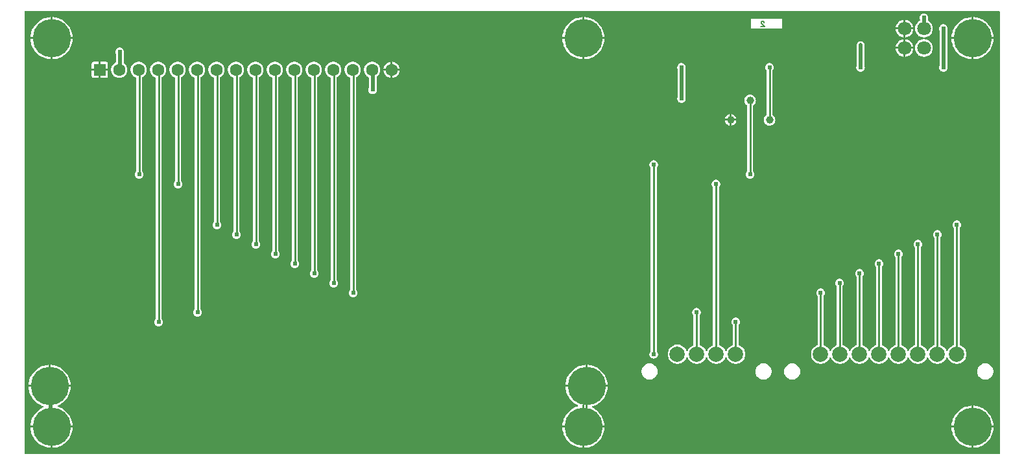
<source format=gbl>
G04 Layer: BottomLayer*
G04 Panelize: , Column: 2, Row: 2, Board Size: 127.89mm x 58.42mm, Panelized Board Size: 257.78mm x 118.84mm*
G04 EasyEDA v6.5.34, 2023-09-07 21:57:30*
G04 74dac189c7254be0b42c3ceae140a3ac,5a6b42c53f6a479593ecc07194224c93,10*
G04 Gerber Generator version 0.2*
G04 Scale: 100 percent, Rotated: No, Reflected: No *
G04 Dimensions in millimeters *
G04 leading zeros omitted , absolute positions ,4 integer and 5 decimal *
%FSLAX45Y45*%
%MOMM*%

%ADD10C,0.1524*%
%ADD11C,0.5000*%
%ADD12C,0.2540*%
%ADD13C,1.0000*%
%ADD14C,1.6000*%
%ADD15R,1.6000X1.6000*%
%ADD16C,5.0000*%
%ADD17C,2.0000*%
%ADD18C,1.8000*%
%ADD19C,0.6096*%
%ADD20C,0.0167*%

%LPD*%
G36*
X12750038Y25908D02*
G01*
X36068Y26416D01*
X32156Y27178D01*
X28905Y29362D01*
X26670Y32664D01*
X25908Y36576D01*
X25908Y5805932D01*
X26670Y5809843D01*
X28905Y5813094D01*
X32156Y5815330D01*
X36068Y5816092D01*
X9908540Y5816092D01*
X9912400Y5815330D01*
X9915702Y5813094D01*
X9917887Y5809843D01*
X9918700Y5805932D01*
X9919462Y5809843D01*
X9921646Y5813094D01*
X9924948Y5815330D01*
X9928860Y5816092D01*
X12750038Y5816092D01*
X12753949Y5815330D01*
X12757200Y5813094D01*
X12759436Y5809843D01*
X12760198Y5805932D01*
X12760198Y36068D01*
X12759436Y32156D01*
X12757200Y28905D01*
X12753949Y26670D01*
G37*

%LPC*%
G36*
X393700Y393700D02*
G01*
X656336Y393700D01*
X655929Y404063D01*
X653034Y427024D01*
X648208Y449630D01*
X641553Y471728D01*
X633018Y493217D01*
X622757Y513892D01*
X610819Y533704D01*
X597204Y552348D01*
X582117Y569874D01*
X565607Y586028D01*
X547827Y600760D01*
X528828Y613968D01*
X508812Y625500D01*
X487934Y635355D01*
X467055Y643077D01*
X463702Y645160D01*
X461365Y648360D01*
X460451Y652221D01*
X461060Y656082D01*
X463092Y659485D01*
X466242Y661822D01*
X483412Y669899D01*
X503428Y681431D01*
X522376Y694639D01*
X540207Y709371D01*
X556717Y725525D01*
X571804Y743000D01*
X585419Y761695D01*
X597357Y781456D01*
X607618Y802182D01*
X616153Y823671D01*
X622808Y845769D01*
X627634Y868375D01*
X630529Y891286D01*
X630936Y901700D01*
X368300Y901700D01*
X368300Y666953D01*
X369112Y670864D01*
X371348Y674166D01*
X374700Y676402D01*
X378663Y677113D01*
X383743Y676960D01*
X387553Y676148D01*
X390804Y673912D01*
X392938Y670661D01*
X393700Y666800D01*
G37*
G36*
X7337806Y105562D02*
G01*
X7342428Y105664D01*
X7365390Y108051D01*
X7388098Y112369D01*
X7410348Y118618D01*
X7432040Y126644D01*
X7452918Y136499D01*
X7472934Y148031D01*
X7491933Y161239D01*
X7509713Y175971D01*
X7526223Y192125D01*
X7541310Y209600D01*
X7554925Y228295D01*
X7566863Y248107D01*
X7577124Y268782D01*
X7585659Y290271D01*
X7592314Y312369D01*
X7597140Y334975D01*
X7600035Y357936D01*
X7600442Y368300D01*
X7337806Y368300D01*
G37*
G36*
X393700Y105562D02*
G01*
X398322Y105664D01*
X421284Y108051D01*
X443992Y112369D01*
X466242Y118618D01*
X487934Y126644D01*
X508812Y136499D01*
X528828Y148031D01*
X547827Y161239D01*
X565607Y175971D01*
X582117Y192125D01*
X597204Y209600D01*
X610819Y228295D01*
X622757Y248107D01*
X633018Y268782D01*
X641553Y290271D01*
X648208Y312369D01*
X653034Y334975D01*
X655929Y357936D01*
X656336Y368300D01*
X393700Y368300D01*
G37*
G36*
X7312406Y105613D02*
G01*
X7312406Y368300D01*
X7049516Y368300D01*
X7051395Y346405D01*
X7055256Y323646D01*
X7060996Y301244D01*
X7068566Y279450D01*
X7077964Y258317D01*
X7089089Y238099D01*
X7101890Y218846D01*
X7116267Y200710D01*
X7132066Y183896D01*
X7149236Y168402D01*
X7167625Y154432D01*
X7187133Y142087D01*
X7207605Y131368D01*
X7228941Y122428D01*
X7250887Y115265D01*
X7273391Y109982D01*
X7296251Y106629D01*
G37*
G36*
X12392406Y105613D02*
G01*
X12392406Y368300D01*
X12129516Y368300D01*
X12131395Y346405D01*
X12135256Y323646D01*
X12140996Y301244D01*
X12148566Y279450D01*
X12157964Y258317D01*
X12169089Y238099D01*
X12181890Y218846D01*
X12196267Y200710D01*
X12212066Y183896D01*
X12229236Y168402D01*
X12247626Y154432D01*
X12267133Y142087D01*
X12287605Y131368D01*
X12308941Y122428D01*
X12330887Y115265D01*
X12353391Y109982D01*
X12376251Y106629D01*
G37*
G36*
X368300Y105613D02*
G01*
X368300Y368300D01*
X105410Y368300D01*
X107289Y346405D01*
X111150Y323646D01*
X116890Y301244D01*
X124460Y279450D01*
X133858Y258317D01*
X144983Y238099D01*
X157784Y218846D01*
X172161Y200710D01*
X187960Y183896D01*
X205130Y168402D01*
X223520Y154432D01*
X243027Y142087D01*
X263499Y131368D01*
X284835Y122428D01*
X306781Y115265D01*
X329285Y109982D01*
X352145Y106629D01*
G37*
G36*
X12417806Y393700D02*
G01*
X12680442Y393700D01*
X12680035Y404063D01*
X12677140Y427024D01*
X12672314Y449630D01*
X12665659Y471728D01*
X12657124Y493217D01*
X12646863Y513892D01*
X12634925Y533704D01*
X12621310Y552348D01*
X12606223Y569874D01*
X12589713Y586028D01*
X12571933Y600760D01*
X12552934Y613968D01*
X12532918Y625500D01*
X12512040Y635355D01*
X12490348Y643382D01*
X12468098Y649630D01*
X12445390Y653948D01*
X12422428Y656336D01*
X12417806Y656437D01*
G37*
G36*
X12129516Y393700D02*
G01*
X12392406Y393700D01*
X12392406Y656386D01*
X12376251Y655370D01*
X12353391Y652018D01*
X12330887Y646734D01*
X12308941Y639572D01*
X12287605Y630631D01*
X12267133Y619912D01*
X12247626Y607568D01*
X12229236Y593598D01*
X12212066Y578104D01*
X12196267Y561289D01*
X12181890Y543153D01*
X12169089Y523900D01*
X12157964Y503682D01*
X12148566Y482549D01*
X12140996Y460756D01*
X12135256Y438353D01*
X12131395Y415594D01*
G37*
G36*
X105410Y393700D02*
G01*
X368300Y393700D01*
X368300Y628548D01*
X367538Y624738D01*
X365404Y621436D01*
X362153Y619252D01*
X358343Y618388D01*
X353263Y618286D01*
X349300Y618998D01*
X345948Y621182D01*
X343662Y624535D01*
X342900Y628446D01*
X342900Y901700D01*
X80010Y901700D01*
X81889Y879805D01*
X85699Y857046D01*
X91490Y834644D01*
X99060Y812850D01*
X108458Y791718D01*
X119583Y771448D01*
X132384Y752246D01*
X146761Y734110D01*
X162560Y717245D01*
X179730Y701802D01*
X198120Y687832D01*
X217627Y675436D01*
X238099Y664768D01*
X259435Y655777D01*
X269494Y652526D01*
X273050Y650494D01*
X275539Y647242D01*
X276504Y643280D01*
X275844Y639267D01*
X273659Y635812D01*
X270306Y633476D01*
X263499Y630631D01*
X243027Y619912D01*
X223520Y607568D01*
X205130Y593598D01*
X187960Y578104D01*
X172161Y561289D01*
X157784Y543153D01*
X144983Y523900D01*
X133858Y503682D01*
X124460Y482549D01*
X116890Y460756D01*
X111150Y438353D01*
X107289Y415594D01*
G37*
G36*
X11528806Y5600700D02*
G01*
X11631218Y5600700D01*
X11631066Y5602528D01*
X11628374Y5616803D01*
X11623852Y5630672D01*
X11617655Y5643829D01*
X11609882Y5656122D01*
X11600586Y5667349D01*
X11589969Y5677306D01*
X11578183Y5685840D01*
X11565432Y5692851D01*
X11551920Y5698236D01*
X11537797Y5701842D01*
X11528806Y5702960D01*
G37*
G36*
X7049516Y393700D02*
G01*
X7312406Y393700D01*
X7312406Y666953D01*
X7313218Y670864D01*
X7315453Y674166D01*
X7318806Y676402D01*
X7322769Y677113D01*
X7327849Y676960D01*
X7331659Y676148D01*
X7334910Y673912D01*
X7337044Y670661D01*
X7337806Y666800D01*
X7337806Y393700D01*
X7600442Y393700D01*
X7600035Y404063D01*
X7597140Y427024D01*
X7592314Y449630D01*
X7585659Y471728D01*
X7577124Y493217D01*
X7566863Y513892D01*
X7554925Y533704D01*
X7541310Y552348D01*
X7526223Y569874D01*
X7509713Y586028D01*
X7491933Y600760D01*
X7472934Y613968D01*
X7452918Y625500D01*
X7441692Y630783D01*
X7438390Y633222D01*
X7436358Y636778D01*
X7435900Y640842D01*
X7437018Y644753D01*
X7439659Y647903D01*
X7443266Y649782D01*
X7451242Y652018D01*
X7472934Y660044D01*
X7493812Y669899D01*
X7513828Y681431D01*
X7532827Y694639D01*
X7550607Y709371D01*
X7567117Y725525D01*
X7582204Y743000D01*
X7595819Y761695D01*
X7607757Y781456D01*
X7618069Y802182D01*
X7626553Y823671D01*
X7633208Y845769D01*
X7638034Y868375D01*
X7640929Y891286D01*
X7641386Y901700D01*
X7378700Y901700D01*
X7378700Y628548D01*
X7377938Y624738D01*
X7375804Y621436D01*
X7372553Y619252D01*
X7368743Y618388D01*
X7363663Y618286D01*
X7359700Y618998D01*
X7356348Y621182D01*
X7354112Y624535D01*
X7353300Y628446D01*
X7353300Y901700D01*
X7090460Y901700D01*
X7092289Y879805D01*
X7096150Y857046D01*
X7101890Y834644D01*
X7109459Y812850D01*
X7118858Y791718D01*
X7129983Y771448D01*
X7142784Y752246D01*
X7157161Y734110D01*
X7172959Y717245D01*
X7190130Y701802D01*
X7208520Y687832D01*
X7228027Y675436D01*
X7249312Y664362D01*
X7252411Y661924D01*
X7254290Y658469D01*
X7254748Y654507D01*
X7253681Y650748D01*
X7251192Y647649D01*
X7247737Y645718D01*
X7228941Y639572D01*
X7207605Y630631D01*
X7187133Y619912D01*
X7167625Y607568D01*
X7149236Y593598D01*
X7132066Y578104D01*
X7116267Y561289D01*
X7101890Y543153D01*
X7089089Y523900D01*
X7077964Y503682D01*
X7068566Y482549D01*
X7060996Y460756D01*
X7055256Y438353D01*
X7051395Y415594D01*
G37*
G36*
X11400993Y5600700D02*
G01*
X11503406Y5600700D01*
X11503406Y5702960D01*
X11494414Y5701842D01*
X11480292Y5698236D01*
X11466779Y5692851D01*
X11454028Y5685840D01*
X11442242Y5677306D01*
X11431625Y5667349D01*
X11422329Y5656122D01*
X11414556Y5643829D01*
X11408359Y5630672D01*
X11403838Y5616803D01*
X11401145Y5602528D01*
G37*
G36*
X9635794Y5583682D02*
G01*
X9694367Y5583682D01*
X9700666Y5584393D01*
X9708946Y5587593D01*
X9711740Y5588000D01*
X9917684Y5588000D01*
X9918700Y5588965D01*
X9918700Y5725160D01*
X9917887Y5721248D01*
X9915702Y5717946D01*
X9912400Y5715762D01*
X9908540Y5715000D01*
X9707676Y5715000D01*
X9704324Y5715558D01*
X9700666Y5716828D01*
X9694367Y5717540D01*
X9635794Y5717540D01*
X9629495Y5716828D01*
X9625838Y5715558D01*
X9622485Y5715000D01*
X9513265Y5715000D01*
X9512300Y5713984D01*
X9512300Y5588965D01*
X9513265Y5588000D01*
X9618421Y5588000D01*
X9621215Y5587593D01*
X9624009Y5586323D01*
X9629495Y5584393D01*
G37*
G36*
X105410Y5473700D02*
G01*
X368300Y5473700D01*
X368300Y5736386D01*
X352145Y5735370D01*
X329285Y5732018D01*
X306781Y5726734D01*
X284835Y5719572D01*
X263499Y5710631D01*
X243027Y5699912D01*
X223520Y5687568D01*
X205130Y5673598D01*
X187960Y5658104D01*
X172161Y5641289D01*
X157784Y5623153D01*
X144983Y5603900D01*
X133858Y5583682D01*
X124460Y5562549D01*
X116890Y5540756D01*
X111150Y5518353D01*
X107289Y5495594D01*
G37*
G36*
X368300Y927100D02*
G01*
X630936Y927100D01*
X630529Y937463D01*
X627634Y960424D01*
X622808Y983030D01*
X616153Y1005128D01*
X607618Y1026617D01*
X597357Y1047292D01*
X585419Y1067054D01*
X571804Y1085748D01*
X556717Y1103274D01*
X540207Y1119428D01*
X522376Y1134160D01*
X503428Y1147318D01*
X483412Y1158900D01*
X462483Y1168755D01*
X440842Y1176782D01*
X418592Y1182979D01*
X395884Y1187348D01*
X372922Y1189736D01*
X368300Y1189837D01*
G37*
G36*
X7378700Y927100D02*
G01*
X7641386Y927100D01*
X7640929Y937463D01*
X7638034Y960424D01*
X7633208Y983030D01*
X7626553Y1005128D01*
X7618069Y1026617D01*
X7607757Y1047292D01*
X7595819Y1067054D01*
X7582204Y1085748D01*
X7567117Y1103274D01*
X7550607Y1119428D01*
X7532827Y1134160D01*
X7513828Y1147318D01*
X7493812Y1158900D01*
X7472934Y1168755D01*
X7451242Y1176782D01*
X7428992Y1182979D01*
X7406284Y1187348D01*
X7383322Y1189736D01*
X7378700Y1189837D01*
G37*
G36*
X7090460Y927100D02*
G01*
X7353300Y927100D01*
X7353300Y1189786D01*
X7337145Y1188770D01*
X7314285Y1185418D01*
X7291781Y1180134D01*
X7269835Y1172972D01*
X7248550Y1164031D01*
X7228027Y1153312D01*
X7208520Y1140968D01*
X7190130Y1126998D01*
X7172959Y1111504D01*
X7157161Y1094689D01*
X7142784Y1076553D01*
X7129983Y1057300D01*
X7118858Y1037082D01*
X7109459Y1015949D01*
X7101890Y994156D01*
X7096150Y971753D01*
X7092289Y948994D01*
G37*
G36*
X80010Y927100D02*
G01*
X342900Y927100D01*
X342900Y1189786D01*
X326745Y1188770D01*
X303885Y1185418D01*
X281381Y1180134D01*
X259435Y1172972D01*
X238099Y1164031D01*
X217627Y1153312D01*
X198120Y1140968D01*
X179730Y1126998D01*
X162560Y1111504D01*
X146761Y1094689D01*
X132384Y1076553D01*
X119583Y1057300D01*
X108458Y1037082D01*
X99060Y1015949D01*
X91490Y994156D01*
X85699Y971753D01*
X81889Y948994D01*
G37*
G36*
X9675114Y999032D02*
G01*
X9688931Y999896D01*
X9702495Y1002639D01*
X9715652Y1007059D01*
X9728047Y1013206D01*
X9739579Y1020876D01*
X9749993Y1030020D01*
X9759137Y1040434D01*
X9766808Y1051966D01*
X9772954Y1064361D01*
X9777374Y1077518D01*
X9780117Y1091082D01*
X9780981Y1104900D01*
X9780117Y1118717D01*
X9777374Y1132281D01*
X9772954Y1145438D01*
X9766808Y1157833D01*
X9759137Y1169365D01*
X9749993Y1179779D01*
X9739579Y1188923D01*
X9728047Y1196594D01*
X9715652Y1202740D01*
X9702495Y1207160D01*
X9688931Y1209903D01*
X9675114Y1210767D01*
X9661296Y1209903D01*
X9647732Y1207160D01*
X9634575Y1202740D01*
X9622180Y1196594D01*
X9610648Y1188923D01*
X9600234Y1179779D01*
X9591090Y1169365D01*
X9583420Y1157833D01*
X9577273Y1145438D01*
X9572853Y1132281D01*
X9570110Y1118717D01*
X9569246Y1104900D01*
X9570110Y1091082D01*
X9572853Y1077518D01*
X9577273Y1064361D01*
X9583420Y1051966D01*
X9591090Y1040434D01*
X9600234Y1030020D01*
X9610648Y1020876D01*
X9622180Y1013206D01*
X9634575Y1007059D01*
X9647732Y1002639D01*
X9661296Y999896D01*
G37*
G36*
X8187944Y999032D02*
G01*
X8201761Y999896D01*
X8215325Y1002639D01*
X8228431Y1007059D01*
X8240877Y1013206D01*
X8252358Y1020876D01*
X8262772Y1030020D01*
X8271916Y1040434D01*
X8279638Y1051966D01*
X8285734Y1064361D01*
X8290204Y1077518D01*
X8292896Y1091082D01*
X8293811Y1104900D01*
X8292896Y1118717D01*
X8290204Y1132281D01*
X8285734Y1145438D01*
X8279638Y1157833D01*
X8271916Y1169365D01*
X8262772Y1179779D01*
X8252358Y1188923D01*
X8240877Y1196594D01*
X8228431Y1202740D01*
X8215325Y1207160D01*
X8201761Y1209903D01*
X8187944Y1210767D01*
X8174075Y1209903D01*
X8160512Y1207160D01*
X8147405Y1202740D01*
X8134959Y1196594D01*
X8123478Y1188923D01*
X8113064Y1179779D01*
X8103920Y1169365D01*
X8096199Y1157833D01*
X8090103Y1145438D01*
X8085632Y1132281D01*
X8082940Y1118717D01*
X8082025Y1104900D01*
X8082940Y1091082D01*
X8085632Y1077518D01*
X8090103Y1064361D01*
X8096199Y1051966D01*
X8103920Y1040434D01*
X8113064Y1030020D01*
X8123478Y1020876D01*
X8134959Y1013206D01*
X8147405Y1007059D01*
X8160512Y1002639D01*
X8174075Y999896D01*
G37*
G36*
X10049510Y999032D02*
G01*
X10063327Y999896D01*
X10076891Y1002639D01*
X10090048Y1007059D01*
X10102443Y1013206D01*
X10113975Y1020876D01*
X10124389Y1030020D01*
X10133533Y1040434D01*
X10141204Y1051966D01*
X10147350Y1064361D01*
X10151770Y1077518D01*
X10154513Y1091082D01*
X10155377Y1104900D01*
X10154513Y1118717D01*
X10151770Y1132281D01*
X10147350Y1145438D01*
X10141204Y1157833D01*
X10133533Y1169365D01*
X10124389Y1179779D01*
X10113975Y1188923D01*
X10102443Y1196594D01*
X10090048Y1202740D01*
X10076891Y1207160D01*
X10063327Y1209903D01*
X10049510Y1210767D01*
X10035692Y1209903D01*
X10022128Y1207160D01*
X10008971Y1202740D01*
X9996576Y1196594D01*
X9985044Y1188923D01*
X9974630Y1179779D01*
X9965486Y1169365D01*
X9957816Y1157833D01*
X9951669Y1145438D01*
X9947249Y1132281D01*
X9944506Y1118717D01*
X9943642Y1104900D01*
X9944506Y1091082D01*
X9947249Y1077518D01*
X9951669Y1064361D01*
X9957816Y1051966D01*
X9965486Y1040434D01*
X9974630Y1030020D01*
X9985044Y1020876D01*
X9996576Y1013206D01*
X10008971Y1007059D01*
X10022128Y1002639D01*
X10035692Y999896D01*
G37*
G36*
X12570714Y999032D02*
G01*
X12584531Y999896D01*
X12598095Y1002639D01*
X12611201Y1007059D01*
X12623647Y1013206D01*
X12635128Y1020876D01*
X12645542Y1030020D01*
X12654686Y1040434D01*
X12662408Y1051966D01*
X12668504Y1064361D01*
X12672974Y1077518D01*
X12675666Y1091082D01*
X12676581Y1104900D01*
X12675666Y1118717D01*
X12672974Y1132281D01*
X12668504Y1145438D01*
X12662408Y1157833D01*
X12654686Y1169365D01*
X12645542Y1179779D01*
X12635128Y1188923D01*
X12623647Y1196594D01*
X12611201Y1202740D01*
X12598095Y1207160D01*
X12584531Y1209903D01*
X12570714Y1210767D01*
X12556845Y1209903D01*
X12543282Y1207160D01*
X12530175Y1202740D01*
X12517729Y1196594D01*
X12506248Y1188923D01*
X12495834Y1179779D01*
X12486690Y1169365D01*
X12478969Y1157833D01*
X12472873Y1145438D01*
X12468402Y1132281D01*
X12465710Y1118717D01*
X12464796Y1104900D01*
X12465710Y1091082D01*
X12468402Y1077518D01*
X12472873Y1064361D01*
X12478969Y1051966D01*
X12486690Y1040434D01*
X12495834Y1030020D01*
X12506248Y1020876D01*
X12517729Y1013206D01*
X12530175Y1007059D01*
X12543282Y1002639D01*
X12556845Y999896D01*
G37*
G36*
X8550503Y1204010D02*
G01*
X8565692Y1204925D01*
X8580628Y1207668D01*
X8595156Y1212189D01*
X8609025Y1218438D01*
X8622030Y1226312D01*
X8633968Y1235659D01*
X8644737Y1246428D01*
X8654135Y1258417D01*
X8661958Y1271422D01*
X8668258Y1285341D01*
X8670493Y1288491D01*
X8673693Y1290574D01*
X8677503Y1291336D01*
X8681313Y1290574D01*
X8684564Y1288491D01*
X8686800Y1285341D01*
X8693048Y1271422D01*
X8700922Y1258417D01*
X8710269Y1246428D01*
X8721039Y1235659D01*
X8732977Y1226312D01*
X8746032Y1218438D01*
X8759850Y1212189D01*
X8774379Y1207668D01*
X8789314Y1204925D01*
X8804503Y1204010D01*
X8819692Y1204925D01*
X8834628Y1207668D01*
X8849156Y1212189D01*
X8863025Y1218438D01*
X8876030Y1226312D01*
X8887968Y1235659D01*
X8898737Y1246428D01*
X8908135Y1258417D01*
X8915958Y1271422D01*
X8922258Y1285341D01*
X8924493Y1288491D01*
X8927693Y1290574D01*
X8931503Y1291336D01*
X8935313Y1290574D01*
X8938564Y1288491D01*
X8940800Y1285341D01*
X8947048Y1271422D01*
X8954922Y1258417D01*
X8964269Y1246428D01*
X8975039Y1235659D01*
X8986977Y1226312D01*
X9000032Y1218438D01*
X9013850Y1212189D01*
X9028379Y1207668D01*
X9043314Y1204925D01*
X9058503Y1204010D01*
X9073692Y1204925D01*
X9088628Y1207668D01*
X9103156Y1212189D01*
X9117025Y1218438D01*
X9130030Y1226312D01*
X9141968Y1235659D01*
X9152737Y1246428D01*
X9162135Y1258417D01*
X9169958Y1271422D01*
X9176258Y1285341D01*
X9178493Y1288491D01*
X9181693Y1290574D01*
X9185503Y1291336D01*
X9189313Y1290574D01*
X9192564Y1288491D01*
X9194800Y1285341D01*
X9201048Y1271422D01*
X9208922Y1258417D01*
X9218269Y1246428D01*
X9229039Y1235659D01*
X9240977Y1226312D01*
X9254032Y1218438D01*
X9267850Y1212189D01*
X9282379Y1207668D01*
X9297314Y1204925D01*
X9312503Y1204010D01*
X9327692Y1204925D01*
X9342628Y1207668D01*
X9357156Y1212189D01*
X9371025Y1218438D01*
X9384030Y1226312D01*
X9395968Y1235659D01*
X9406737Y1246428D01*
X9416135Y1258417D01*
X9423958Y1271422D01*
X9430207Y1285290D01*
X9434728Y1299768D01*
X9437471Y1314754D01*
X9438386Y1329893D01*
X9437471Y1345082D01*
X9434728Y1360017D01*
X9430207Y1374546D01*
X9423958Y1388414D01*
X9416135Y1401419D01*
X9406737Y1413408D01*
X9395968Y1424127D01*
X9384030Y1433525D01*
X9371025Y1441399D01*
X9357156Y1447647D01*
X9353956Y1449832D01*
X9351873Y1453083D01*
X9351162Y1456893D01*
X9351162Y1707642D01*
X9351924Y1711502D01*
X9354108Y1714804D01*
X9355683Y1716379D01*
X9361322Y1724406D01*
X9365488Y1733346D01*
X9368028Y1742795D01*
X9368891Y1752600D01*
X9368028Y1762404D01*
X9365488Y1771853D01*
X9361322Y1780793D01*
X9355683Y1788820D01*
X9348774Y1795780D01*
X9340697Y1801418D01*
X9331807Y1805533D01*
X9322308Y1808073D01*
X9312554Y1808937D01*
X9302750Y1808073D01*
X9293250Y1805533D01*
X9284360Y1801418D01*
X9276283Y1795780D01*
X9269374Y1788820D01*
X9263735Y1780793D01*
X9259570Y1771853D01*
X9257030Y1762404D01*
X9256166Y1752600D01*
X9257030Y1742795D01*
X9259570Y1733346D01*
X9263735Y1724406D01*
X9269374Y1716379D01*
X9270949Y1714804D01*
X9273133Y1711502D01*
X9273946Y1707591D01*
X9273946Y1456893D01*
X9273184Y1453134D01*
X9271101Y1449882D01*
X9267952Y1447647D01*
X9254032Y1441399D01*
X9240977Y1433525D01*
X9229039Y1424127D01*
X9218269Y1413408D01*
X9208922Y1401419D01*
X9201048Y1388414D01*
X9194800Y1374495D01*
X9192564Y1371346D01*
X9189313Y1369212D01*
X9185503Y1368501D01*
X9181693Y1369212D01*
X9178493Y1371346D01*
X9176258Y1374495D01*
X9169958Y1388414D01*
X9162135Y1401419D01*
X9152737Y1413408D01*
X9141968Y1424127D01*
X9130030Y1433525D01*
X9117025Y1441399D01*
X9103156Y1447596D01*
X9100820Y1448358D01*
X9097111Y1450441D01*
X9094571Y1453896D01*
X9093708Y1458061D01*
X9093708Y3510991D01*
X9094470Y3514902D01*
X9096654Y3518204D01*
X9098229Y3519779D01*
X9103868Y3527806D01*
X9108033Y3536746D01*
X9110573Y3546195D01*
X9111437Y3556000D01*
X9110573Y3565804D01*
X9108033Y3575253D01*
X9103868Y3584194D01*
X9098229Y3592220D01*
X9091320Y3599179D01*
X9083243Y3604818D01*
X9074353Y3608933D01*
X9064853Y3611473D01*
X9055100Y3612337D01*
X9045295Y3611473D01*
X9035796Y3608933D01*
X9026906Y3604818D01*
X9018828Y3599179D01*
X9011920Y3592220D01*
X9006281Y3584194D01*
X9002115Y3575253D01*
X8999575Y3565804D01*
X8998712Y3556000D01*
X8999575Y3546195D01*
X9002115Y3536746D01*
X9006281Y3527806D01*
X9011920Y3519779D01*
X9013494Y3518204D01*
X9015679Y3514902D01*
X9016492Y3510991D01*
X9016492Y1455369D01*
X9015730Y1451559D01*
X9013647Y1448308D01*
X9010497Y1446072D01*
X9000032Y1441399D01*
X8986977Y1433525D01*
X8975039Y1424127D01*
X8964269Y1413408D01*
X8954922Y1401419D01*
X8947048Y1388414D01*
X8940800Y1374495D01*
X8938564Y1371346D01*
X8935313Y1369212D01*
X8931503Y1368501D01*
X8927693Y1369212D01*
X8924493Y1371346D01*
X8922258Y1374495D01*
X8915958Y1388414D01*
X8908135Y1401419D01*
X8898737Y1413408D01*
X8887968Y1424127D01*
X8876030Y1433525D01*
X8863025Y1441399D01*
X8849156Y1447596D01*
X8846820Y1448358D01*
X8843111Y1450441D01*
X8840571Y1453896D01*
X8839708Y1458061D01*
X8839708Y1834591D01*
X8840470Y1838502D01*
X8842654Y1841804D01*
X8844229Y1843379D01*
X8849868Y1851406D01*
X8854033Y1860346D01*
X8856573Y1869795D01*
X8857437Y1879600D01*
X8856573Y1889404D01*
X8854033Y1898853D01*
X8849868Y1907793D01*
X8844229Y1915820D01*
X8837320Y1922780D01*
X8829243Y1928418D01*
X8820353Y1932533D01*
X8810853Y1935073D01*
X8801100Y1935937D01*
X8791295Y1935073D01*
X8781796Y1932533D01*
X8772906Y1928418D01*
X8764828Y1922780D01*
X8757920Y1915820D01*
X8752281Y1907793D01*
X8748115Y1898853D01*
X8745575Y1889404D01*
X8744712Y1879600D01*
X8745575Y1869795D01*
X8748115Y1860346D01*
X8752281Y1851406D01*
X8757920Y1843379D01*
X8759494Y1841804D01*
X8761679Y1838502D01*
X8762492Y1834591D01*
X8762492Y1455369D01*
X8761730Y1451559D01*
X8759647Y1448308D01*
X8756497Y1446072D01*
X8746032Y1441399D01*
X8732977Y1433525D01*
X8721039Y1424127D01*
X8710269Y1413408D01*
X8700922Y1401419D01*
X8693048Y1388414D01*
X8686800Y1374495D01*
X8684564Y1371346D01*
X8681313Y1369212D01*
X8677503Y1368501D01*
X8673693Y1369212D01*
X8670493Y1371346D01*
X8668258Y1374495D01*
X8661958Y1388414D01*
X8654135Y1401419D01*
X8644737Y1413408D01*
X8633968Y1424127D01*
X8622030Y1433525D01*
X8609025Y1441399D01*
X8595156Y1447596D01*
X8580628Y1452118D01*
X8565692Y1454861D01*
X8550503Y1455775D01*
X8535314Y1454861D01*
X8520379Y1452118D01*
X8505850Y1447596D01*
X8492032Y1441399D01*
X8478977Y1433525D01*
X8467039Y1424127D01*
X8456269Y1413408D01*
X8446922Y1401419D01*
X8439048Y1388414D01*
X8432800Y1374546D01*
X8428278Y1360017D01*
X8425535Y1345082D01*
X8424621Y1329893D01*
X8425535Y1314754D01*
X8428278Y1299768D01*
X8432800Y1285290D01*
X8439048Y1271422D01*
X8446922Y1258417D01*
X8456269Y1246428D01*
X8467039Y1235659D01*
X8478977Y1226312D01*
X8492032Y1218438D01*
X8505850Y1212189D01*
X8520379Y1207668D01*
X8535314Y1204925D01*
G37*
G36*
X7049516Y5473700D02*
G01*
X7312406Y5473700D01*
X7312406Y5736386D01*
X7296251Y5735370D01*
X7273391Y5732018D01*
X7250887Y5726734D01*
X7228941Y5719572D01*
X7207605Y5710631D01*
X7187133Y5699912D01*
X7167625Y5687568D01*
X7149236Y5673598D01*
X7132066Y5658104D01*
X7116267Y5641289D01*
X7101890Y5623153D01*
X7089089Y5603900D01*
X7077964Y5583682D01*
X7068566Y5562549D01*
X7060996Y5540756D01*
X7055256Y5518353D01*
X7051395Y5495594D01*
G37*
G36*
X12129516Y5473700D02*
G01*
X12392406Y5473700D01*
X12392406Y5736386D01*
X12376251Y5735370D01*
X12353391Y5732018D01*
X12330887Y5726734D01*
X12308941Y5719572D01*
X12287605Y5710631D01*
X12267133Y5699912D01*
X12247626Y5687568D01*
X12229236Y5673598D01*
X12212066Y5658104D01*
X12196267Y5641289D01*
X12181890Y5623153D01*
X12169089Y5603900D01*
X12157964Y5583682D01*
X12148566Y5562549D01*
X12140996Y5540756D01*
X12135256Y5518353D01*
X12131395Y5495594D01*
G37*
G36*
X7337806Y5473700D02*
G01*
X7600442Y5473700D01*
X7600035Y5484063D01*
X7597140Y5507024D01*
X7592314Y5529630D01*
X7585659Y5551728D01*
X7577124Y5573217D01*
X7566863Y5593892D01*
X7554925Y5613704D01*
X7541310Y5632348D01*
X7526223Y5649874D01*
X7509713Y5666028D01*
X7491933Y5680760D01*
X7472934Y5693968D01*
X7452918Y5705500D01*
X7432040Y5715355D01*
X7410348Y5723382D01*
X7388098Y5729630D01*
X7365390Y5733948D01*
X7342428Y5736336D01*
X7337806Y5736437D01*
G37*
G36*
X10421112Y1204010D02*
G01*
X10436301Y1204925D01*
X10451236Y1207668D01*
X10465765Y1212189D01*
X10479633Y1218438D01*
X10492638Y1226312D01*
X10504576Y1235659D01*
X10515346Y1246428D01*
X10524693Y1258366D01*
X10532567Y1271371D01*
X10538866Y1285290D01*
X10541050Y1288491D01*
X10544302Y1290574D01*
X10548112Y1291285D01*
X10551922Y1290574D01*
X10555173Y1288491D01*
X10557357Y1285290D01*
X10563656Y1271371D01*
X10571530Y1258366D01*
X10580878Y1246428D01*
X10591647Y1235659D01*
X10603585Y1226312D01*
X10616590Y1218438D01*
X10630458Y1212189D01*
X10644987Y1207668D01*
X10659922Y1204925D01*
X10675112Y1204010D01*
X10690301Y1204925D01*
X10705236Y1207668D01*
X10719765Y1212189D01*
X10733633Y1218438D01*
X10746638Y1226312D01*
X10758576Y1235659D01*
X10769346Y1246428D01*
X10778693Y1258366D01*
X10786567Y1271371D01*
X10792866Y1285290D01*
X10795050Y1288491D01*
X10798302Y1290574D01*
X10802112Y1291285D01*
X10805922Y1290574D01*
X10809173Y1288491D01*
X10811357Y1285290D01*
X10817656Y1271371D01*
X10825530Y1258366D01*
X10834878Y1246428D01*
X10845647Y1235659D01*
X10857585Y1226312D01*
X10870590Y1218438D01*
X10884458Y1212189D01*
X10898987Y1207668D01*
X10913922Y1204925D01*
X10929112Y1204010D01*
X10944301Y1204925D01*
X10959236Y1207668D01*
X10973765Y1212189D01*
X10987633Y1218438D01*
X11000638Y1226312D01*
X11012576Y1235659D01*
X11023346Y1246428D01*
X11032693Y1258366D01*
X11040567Y1271371D01*
X11046866Y1285290D01*
X11049050Y1288491D01*
X11052302Y1290574D01*
X11056112Y1291285D01*
X11059922Y1290574D01*
X11063173Y1288491D01*
X11065357Y1285290D01*
X11071656Y1271371D01*
X11079530Y1258366D01*
X11088878Y1246428D01*
X11099647Y1235659D01*
X11111585Y1226312D01*
X11124590Y1218438D01*
X11138458Y1212189D01*
X11152987Y1207668D01*
X11167922Y1204925D01*
X11183112Y1204010D01*
X11198301Y1204925D01*
X11213236Y1207668D01*
X11227765Y1212189D01*
X11241633Y1218438D01*
X11254638Y1226312D01*
X11266576Y1235659D01*
X11277346Y1246428D01*
X11286693Y1258366D01*
X11294567Y1271371D01*
X11300866Y1285290D01*
X11303050Y1288491D01*
X11306302Y1290574D01*
X11310112Y1291285D01*
X11313922Y1290574D01*
X11317173Y1288491D01*
X11319357Y1285290D01*
X11325656Y1271371D01*
X11333530Y1258366D01*
X11342878Y1246428D01*
X11353647Y1235659D01*
X11365585Y1226312D01*
X11378590Y1218438D01*
X11392458Y1212189D01*
X11406987Y1207668D01*
X11421922Y1204925D01*
X11437112Y1204010D01*
X11452301Y1204925D01*
X11467236Y1207668D01*
X11481765Y1212189D01*
X11495633Y1218438D01*
X11508638Y1226312D01*
X11520576Y1235659D01*
X11531346Y1246428D01*
X11540693Y1258366D01*
X11548567Y1271371D01*
X11554866Y1285290D01*
X11557050Y1288491D01*
X11560302Y1290574D01*
X11564112Y1291285D01*
X11567922Y1290574D01*
X11571173Y1288491D01*
X11573357Y1285290D01*
X11579656Y1271371D01*
X11587530Y1258366D01*
X11596878Y1246428D01*
X11607647Y1235659D01*
X11619585Y1226312D01*
X11632590Y1218438D01*
X11646458Y1212189D01*
X11660987Y1207668D01*
X11675922Y1204925D01*
X11691112Y1204010D01*
X11706301Y1204925D01*
X11721236Y1207668D01*
X11735765Y1212189D01*
X11749633Y1218438D01*
X11762638Y1226312D01*
X11774576Y1235659D01*
X11785346Y1246428D01*
X11794693Y1258366D01*
X11802567Y1271371D01*
X11808866Y1285290D01*
X11811050Y1288491D01*
X11814302Y1290574D01*
X11818112Y1291285D01*
X11821922Y1290574D01*
X11825173Y1288491D01*
X11827357Y1285290D01*
X11833656Y1271371D01*
X11841530Y1258366D01*
X11850878Y1246428D01*
X11861647Y1235659D01*
X11873585Y1226312D01*
X11886590Y1218438D01*
X11900458Y1212189D01*
X11914987Y1207668D01*
X11929922Y1204925D01*
X11945112Y1204010D01*
X11960301Y1204925D01*
X11975236Y1207668D01*
X11989765Y1212189D01*
X12003633Y1218438D01*
X12016638Y1226312D01*
X12028576Y1235659D01*
X12039346Y1246428D01*
X12048693Y1258366D01*
X12056567Y1271371D01*
X12062866Y1285290D01*
X12065050Y1288491D01*
X12068302Y1290574D01*
X12072112Y1291285D01*
X12075922Y1290574D01*
X12079173Y1288491D01*
X12081357Y1285290D01*
X12087656Y1271371D01*
X12095530Y1258366D01*
X12104878Y1246428D01*
X12115647Y1235659D01*
X12127585Y1226312D01*
X12140590Y1218438D01*
X12154458Y1212189D01*
X12168987Y1207668D01*
X12183922Y1204925D01*
X12199112Y1204010D01*
X12214301Y1204925D01*
X12229236Y1207668D01*
X12243765Y1212189D01*
X12257633Y1218438D01*
X12270638Y1226312D01*
X12282576Y1235659D01*
X12293346Y1246428D01*
X12302693Y1258366D01*
X12310567Y1271371D01*
X12316815Y1285240D01*
X12321336Y1299768D01*
X12324080Y1314704D01*
X12324994Y1329893D01*
X12324080Y1345082D01*
X12321336Y1360017D01*
X12316815Y1374546D01*
X12310567Y1388414D01*
X12302693Y1401419D01*
X12293346Y1413357D01*
X12282576Y1424127D01*
X12270638Y1433474D01*
X12257633Y1441348D01*
X12243714Y1447596D01*
X12240564Y1449832D01*
X12238482Y1453083D01*
X12237720Y1456893D01*
X12237720Y2977642D01*
X12238482Y2981502D01*
X12240717Y2984804D01*
X12242292Y2986379D01*
X12247930Y2994406D01*
X12252045Y3003346D01*
X12254585Y3012795D01*
X12255449Y3022600D01*
X12254585Y3032404D01*
X12252045Y3041853D01*
X12247930Y3050794D01*
X12242292Y3058820D01*
X12235332Y3065780D01*
X12227306Y3071418D01*
X12218365Y3075533D01*
X12208916Y3078073D01*
X12199112Y3078937D01*
X12189307Y3078073D01*
X12179858Y3075533D01*
X12170918Y3071418D01*
X12162891Y3065780D01*
X12155932Y3058820D01*
X12150293Y3050794D01*
X12146178Y3041853D01*
X12143638Y3032404D01*
X12142774Y3022600D01*
X12143638Y3012795D01*
X12146178Y3003346D01*
X12150293Y2994406D01*
X12155932Y2986379D01*
X12157557Y2984804D01*
X12159742Y2981502D01*
X12160504Y2977591D01*
X12160504Y1456893D01*
X12159792Y1453083D01*
X12157659Y1449832D01*
X12154509Y1447647D01*
X12140590Y1441348D01*
X12127585Y1433474D01*
X12115647Y1424127D01*
X12104878Y1413357D01*
X12095530Y1401419D01*
X12087656Y1388414D01*
X12081357Y1374495D01*
X12079173Y1371295D01*
X12075922Y1369212D01*
X12072112Y1368501D01*
X12068302Y1369212D01*
X12065050Y1371295D01*
X12062866Y1374495D01*
X12056567Y1388414D01*
X12048693Y1401419D01*
X12039346Y1413357D01*
X12028576Y1424127D01*
X12016638Y1433474D01*
X12003633Y1441348D01*
X11989714Y1447596D01*
X11986564Y1449832D01*
X11984482Y1453083D01*
X11983720Y1456893D01*
X11983720Y2850642D01*
X11984482Y2854502D01*
X11986717Y2857804D01*
X11988292Y2859379D01*
X11993930Y2867406D01*
X11998045Y2876346D01*
X12000585Y2885795D01*
X12001449Y2895600D01*
X12000585Y2905404D01*
X11998045Y2914853D01*
X11993930Y2923794D01*
X11988292Y2931820D01*
X11981332Y2938780D01*
X11973306Y2944418D01*
X11964365Y2948533D01*
X11954916Y2951073D01*
X11945112Y2951937D01*
X11935307Y2951073D01*
X11925858Y2948533D01*
X11916918Y2944418D01*
X11908891Y2938780D01*
X11901932Y2931820D01*
X11896293Y2923794D01*
X11892178Y2914853D01*
X11889638Y2905404D01*
X11888774Y2895600D01*
X11889638Y2885795D01*
X11892178Y2876346D01*
X11896293Y2867406D01*
X11901932Y2859379D01*
X11903557Y2857804D01*
X11905742Y2854502D01*
X11906504Y2850591D01*
X11906504Y1456893D01*
X11905792Y1453083D01*
X11903659Y1449832D01*
X11900509Y1447647D01*
X11886590Y1441348D01*
X11873585Y1433474D01*
X11861647Y1424127D01*
X11850878Y1413357D01*
X11841530Y1401419D01*
X11833656Y1388414D01*
X11827357Y1374495D01*
X11825173Y1371295D01*
X11821922Y1369212D01*
X11818112Y1368501D01*
X11814302Y1369212D01*
X11811050Y1371295D01*
X11808866Y1374495D01*
X11802567Y1388414D01*
X11794693Y1401419D01*
X11785346Y1413357D01*
X11774576Y1424127D01*
X11762638Y1433474D01*
X11749633Y1441348D01*
X11735714Y1447596D01*
X11732564Y1449832D01*
X11730482Y1453083D01*
X11729720Y1456893D01*
X11729720Y2723642D01*
X11730482Y2727502D01*
X11732717Y2730804D01*
X11734292Y2732379D01*
X11739930Y2740406D01*
X11744045Y2749346D01*
X11746585Y2758795D01*
X11747449Y2768600D01*
X11746585Y2778404D01*
X11744045Y2787853D01*
X11739930Y2796794D01*
X11734292Y2804820D01*
X11727332Y2811780D01*
X11719306Y2817418D01*
X11710365Y2821533D01*
X11700916Y2824073D01*
X11691112Y2824937D01*
X11681307Y2824073D01*
X11671858Y2821533D01*
X11662918Y2817418D01*
X11654891Y2811780D01*
X11647932Y2804820D01*
X11642293Y2796794D01*
X11638178Y2787853D01*
X11635638Y2778404D01*
X11634774Y2768600D01*
X11635638Y2758795D01*
X11638178Y2749346D01*
X11642293Y2740406D01*
X11647932Y2732379D01*
X11649557Y2730804D01*
X11651742Y2727502D01*
X11652504Y2723591D01*
X11652504Y1456893D01*
X11651792Y1453083D01*
X11649659Y1449832D01*
X11646509Y1447647D01*
X11632590Y1441348D01*
X11619585Y1433474D01*
X11607647Y1424127D01*
X11596878Y1413357D01*
X11587530Y1401419D01*
X11579656Y1388414D01*
X11573357Y1374495D01*
X11571173Y1371295D01*
X11567922Y1369212D01*
X11564112Y1368501D01*
X11560302Y1369212D01*
X11557050Y1371295D01*
X11554866Y1374495D01*
X11548567Y1388414D01*
X11540693Y1401419D01*
X11531346Y1413357D01*
X11520576Y1424127D01*
X11508638Y1433474D01*
X11495633Y1441348D01*
X11481714Y1447596D01*
X11478564Y1449832D01*
X11476482Y1453083D01*
X11475720Y1456893D01*
X11475720Y2596642D01*
X11476482Y2600502D01*
X11478717Y2603804D01*
X11480292Y2605379D01*
X11485930Y2613406D01*
X11490045Y2622346D01*
X11492585Y2631795D01*
X11493449Y2641600D01*
X11492585Y2651404D01*
X11490045Y2660853D01*
X11485930Y2669794D01*
X11480292Y2677820D01*
X11473332Y2684780D01*
X11465306Y2690418D01*
X11456365Y2694533D01*
X11446916Y2697073D01*
X11437112Y2697937D01*
X11427307Y2697073D01*
X11417858Y2694533D01*
X11408918Y2690418D01*
X11400891Y2684780D01*
X11393932Y2677820D01*
X11388293Y2669794D01*
X11384178Y2660853D01*
X11381638Y2651404D01*
X11380774Y2641600D01*
X11381638Y2631795D01*
X11384178Y2622346D01*
X11388293Y2613406D01*
X11393932Y2605379D01*
X11395557Y2603804D01*
X11397742Y2600502D01*
X11398504Y2596591D01*
X11398504Y1456893D01*
X11397792Y1453083D01*
X11395659Y1449832D01*
X11392509Y1447647D01*
X11378590Y1441348D01*
X11365585Y1433474D01*
X11353647Y1424127D01*
X11342878Y1413357D01*
X11333530Y1401419D01*
X11325656Y1388414D01*
X11319357Y1374495D01*
X11317173Y1371295D01*
X11313922Y1369212D01*
X11310112Y1368501D01*
X11306302Y1369212D01*
X11303050Y1371295D01*
X11300866Y1374495D01*
X11294567Y1388414D01*
X11286693Y1401419D01*
X11277346Y1413357D01*
X11266576Y1424127D01*
X11254638Y1433474D01*
X11241633Y1441348D01*
X11227714Y1447596D01*
X11224564Y1449832D01*
X11222482Y1453083D01*
X11221720Y1456893D01*
X11221720Y2469642D01*
X11222482Y2473502D01*
X11224717Y2476804D01*
X11226292Y2478379D01*
X11231930Y2486406D01*
X11236045Y2495346D01*
X11238585Y2504795D01*
X11239449Y2514600D01*
X11238585Y2524404D01*
X11236045Y2533853D01*
X11231930Y2542794D01*
X11226292Y2550820D01*
X11219332Y2557780D01*
X11211306Y2563418D01*
X11202365Y2567533D01*
X11192916Y2570073D01*
X11183112Y2570937D01*
X11173307Y2570073D01*
X11163858Y2567533D01*
X11154918Y2563418D01*
X11146891Y2557780D01*
X11139932Y2550820D01*
X11134293Y2542794D01*
X11130178Y2533853D01*
X11127638Y2524404D01*
X11126774Y2514600D01*
X11127638Y2504795D01*
X11130178Y2495346D01*
X11134293Y2486406D01*
X11139932Y2478379D01*
X11141557Y2476804D01*
X11143742Y2473502D01*
X11144504Y2469591D01*
X11144504Y1456893D01*
X11143792Y1453083D01*
X11141659Y1449832D01*
X11138509Y1447647D01*
X11124590Y1441348D01*
X11111585Y1433474D01*
X11099647Y1424127D01*
X11088878Y1413357D01*
X11079530Y1401419D01*
X11071656Y1388414D01*
X11065357Y1374495D01*
X11063173Y1371295D01*
X11059922Y1369212D01*
X11056112Y1368501D01*
X11052302Y1369212D01*
X11049050Y1371295D01*
X11046866Y1374495D01*
X11040567Y1388414D01*
X11032693Y1401419D01*
X11023346Y1413357D01*
X11012576Y1424127D01*
X11000638Y1433474D01*
X10987633Y1441348D01*
X10973714Y1447596D01*
X10970564Y1449832D01*
X10968482Y1453083D01*
X10967720Y1456893D01*
X10967720Y2342642D01*
X10968482Y2346502D01*
X10970717Y2349804D01*
X10972292Y2351379D01*
X10977930Y2359406D01*
X10982045Y2368346D01*
X10984585Y2377795D01*
X10985449Y2387600D01*
X10984585Y2397404D01*
X10982045Y2406853D01*
X10977930Y2415794D01*
X10972292Y2423820D01*
X10965332Y2430780D01*
X10957306Y2436418D01*
X10948365Y2440533D01*
X10938916Y2443073D01*
X10929112Y2443937D01*
X10919307Y2443073D01*
X10909858Y2440533D01*
X10900918Y2436418D01*
X10892891Y2430780D01*
X10885932Y2423820D01*
X10880293Y2415794D01*
X10876178Y2406853D01*
X10873638Y2397404D01*
X10872774Y2387600D01*
X10873638Y2377795D01*
X10876178Y2368346D01*
X10880293Y2359406D01*
X10885932Y2351379D01*
X10887557Y2349804D01*
X10889742Y2346502D01*
X10890504Y2342591D01*
X10890504Y1456893D01*
X10889792Y1453083D01*
X10887659Y1449832D01*
X10884509Y1447647D01*
X10870590Y1441348D01*
X10857585Y1433474D01*
X10845647Y1424127D01*
X10834878Y1413357D01*
X10825530Y1401419D01*
X10817656Y1388414D01*
X10811357Y1374495D01*
X10809173Y1371295D01*
X10805922Y1369212D01*
X10802112Y1368501D01*
X10798302Y1369212D01*
X10795050Y1371295D01*
X10792866Y1374495D01*
X10786567Y1388414D01*
X10778693Y1401419D01*
X10769346Y1413357D01*
X10758576Y1424127D01*
X10746638Y1433474D01*
X10733633Y1441348D01*
X10719765Y1447596D01*
X10713720Y1449476D01*
X10710011Y1451559D01*
X10707471Y1455013D01*
X10706608Y1459179D01*
X10706608Y2215591D01*
X10707370Y2219502D01*
X10709554Y2222804D01*
X10711129Y2224379D01*
X10716768Y2232406D01*
X10720933Y2241346D01*
X10723473Y2250795D01*
X10724337Y2260600D01*
X10723473Y2270404D01*
X10720933Y2279853D01*
X10716768Y2288794D01*
X10711129Y2296820D01*
X10704220Y2303780D01*
X10696143Y2309418D01*
X10687253Y2313533D01*
X10677753Y2316073D01*
X10668000Y2316937D01*
X10658195Y2316073D01*
X10648696Y2313533D01*
X10639806Y2309418D01*
X10631728Y2303780D01*
X10624820Y2296820D01*
X10619181Y2288794D01*
X10615015Y2279853D01*
X10612475Y2270404D01*
X10611612Y2260600D01*
X10612475Y2250795D01*
X10615015Y2241346D01*
X10619181Y2232406D01*
X10624820Y2224379D01*
X10626394Y2222804D01*
X10628579Y2219502D01*
X10629392Y2215591D01*
X10629392Y1453692D01*
X10628630Y1449882D01*
X10626547Y1446631D01*
X10623397Y1444396D01*
X10616590Y1441348D01*
X10603585Y1433474D01*
X10591647Y1424127D01*
X10580878Y1413357D01*
X10571530Y1401419D01*
X10563656Y1388414D01*
X10557357Y1374495D01*
X10555173Y1371295D01*
X10551922Y1369212D01*
X10548112Y1368501D01*
X10544302Y1369212D01*
X10541050Y1371295D01*
X10538866Y1374495D01*
X10532567Y1388414D01*
X10524693Y1401419D01*
X10515346Y1413357D01*
X10504576Y1424127D01*
X10492638Y1433474D01*
X10479633Y1441348D01*
X10465714Y1447596D01*
X10462564Y1449832D01*
X10460482Y1453083D01*
X10459720Y1456893D01*
X10459720Y2088642D01*
X10460482Y2092502D01*
X10462717Y2095804D01*
X10464292Y2097379D01*
X10469930Y2105406D01*
X10474045Y2114346D01*
X10476585Y2123795D01*
X10477449Y2133600D01*
X10476585Y2143404D01*
X10474045Y2152853D01*
X10469930Y2161794D01*
X10464292Y2169820D01*
X10457332Y2176780D01*
X10449306Y2182418D01*
X10440365Y2186533D01*
X10430916Y2189073D01*
X10421112Y2189937D01*
X10411307Y2189073D01*
X10401858Y2186533D01*
X10392918Y2182418D01*
X10384891Y2176780D01*
X10377932Y2169820D01*
X10372293Y2161794D01*
X10368178Y2152853D01*
X10365638Y2143404D01*
X10364774Y2133600D01*
X10365638Y2123795D01*
X10368178Y2114346D01*
X10372293Y2105406D01*
X10377932Y2097379D01*
X10379557Y2095804D01*
X10381742Y2092502D01*
X10382504Y2088591D01*
X10382504Y1456893D01*
X10381792Y1453083D01*
X10379659Y1449832D01*
X10376509Y1447647D01*
X10362590Y1441348D01*
X10349585Y1433474D01*
X10337647Y1424127D01*
X10326878Y1413357D01*
X10317530Y1401419D01*
X10309656Y1388414D01*
X10303408Y1374546D01*
X10298887Y1360017D01*
X10296144Y1345082D01*
X10295229Y1329893D01*
X10296144Y1314704D01*
X10298887Y1299768D01*
X10303408Y1285240D01*
X10309656Y1271371D01*
X10317530Y1258366D01*
X10326878Y1246428D01*
X10337647Y1235659D01*
X10349585Y1226312D01*
X10362590Y1218438D01*
X10376458Y1212189D01*
X10390987Y1207668D01*
X10405922Y1204925D01*
G37*
G36*
X12417806Y5473700D02*
G01*
X12680442Y5473700D01*
X12680035Y5484063D01*
X12677140Y5507024D01*
X12672314Y5529630D01*
X12665659Y5551728D01*
X12657124Y5573217D01*
X12646863Y5593892D01*
X12634925Y5613704D01*
X12621310Y5632348D01*
X12606223Y5649874D01*
X12589713Y5666028D01*
X12571933Y5680760D01*
X12552934Y5693968D01*
X12532918Y5705500D01*
X12512040Y5715355D01*
X12490348Y5723382D01*
X12468098Y5729630D01*
X12445390Y5733948D01*
X12422428Y5736336D01*
X12417806Y5736437D01*
G37*
G36*
X393700Y5473700D02*
G01*
X656336Y5473700D01*
X655929Y5484063D01*
X653034Y5507024D01*
X648208Y5529630D01*
X641553Y5551728D01*
X633018Y5573217D01*
X622757Y5593892D01*
X610819Y5613704D01*
X597204Y5632348D01*
X582117Y5649874D01*
X565607Y5666028D01*
X547827Y5680760D01*
X528828Y5693968D01*
X508812Y5705500D01*
X487934Y5715355D01*
X466242Y5723382D01*
X443992Y5729630D01*
X421284Y5733948D01*
X398322Y5736336D01*
X393700Y5736437D01*
G37*
G36*
X11503406Y5473039D02*
G01*
X11503406Y5575300D01*
X11400993Y5575300D01*
X11401145Y5573471D01*
X11403838Y5559196D01*
X11408359Y5545328D01*
X11414556Y5532170D01*
X11422329Y5519877D01*
X11431625Y5508650D01*
X11442242Y5498693D01*
X11454028Y5490159D01*
X11466779Y5483148D01*
X11480292Y5477764D01*
X11494414Y5474157D01*
G37*
G36*
X11528806Y5473039D02*
G01*
X11537797Y5474157D01*
X11551920Y5477764D01*
X11565432Y5483148D01*
X11578183Y5490159D01*
X11589969Y5498693D01*
X11600586Y5508650D01*
X11609882Y5519877D01*
X11617655Y5532170D01*
X11623852Y5545328D01*
X11628374Y5559196D01*
X11631066Y5573471D01*
X11631218Y5575300D01*
X11528806Y5575300D01*
G37*
G36*
X11762841Y5472328D02*
G01*
X11777370Y5472328D01*
X11791797Y5474157D01*
X11805920Y5477764D01*
X11819432Y5483148D01*
X11832183Y5490159D01*
X11843969Y5498693D01*
X11854586Y5508650D01*
X11863882Y5519877D01*
X11871655Y5532170D01*
X11877852Y5545328D01*
X11882374Y5559196D01*
X11885066Y5573471D01*
X11885980Y5588000D01*
X11885066Y5602528D01*
X11882374Y5616803D01*
X11877852Y5630672D01*
X11871655Y5643829D01*
X11863882Y5656122D01*
X11854586Y5667349D01*
X11843969Y5677306D01*
X11832183Y5685840D01*
X11826290Y5689092D01*
X11823496Y5691378D01*
X11821668Y5694476D01*
X11821007Y5697982D01*
X11821007Y5701792D01*
X11821972Y5706110D01*
X11823039Y5708446D01*
X11825579Y5717895D01*
X11826443Y5727700D01*
X11825579Y5737504D01*
X11823039Y5746953D01*
X11818924Y5755894D01*
X11813286Y5763920D01*
X11806326Y5770880D01*
X11798300Y5776518D01*
X11789359Y5780633D01*
X11779910Y5783173D01*
X11770106Y5784037D01*
X11760301Y5783173D01*
X11750852Y5780633D01*
X11741912Y5776518D01*
X11733885Y5770880D01*
X11726926Y5763920D01*
X11721287Y5755894D01*
X11717172Y5746953D01*
X11714632Y5737504D01*
X11713768Y5727700D01*
X11714632Y5717895D01*
X11717172Y5708446D01*
X11718239Y5706110D01*
X11719204Y5701792D01*
X11719204Y5697982D01*
X11718544Y5694476D01*
X11716715Y5691378D01*
X11713921Y5689092D01*
X11708028Y5685840D01*
X11696242Y5677306D01*
X11685625Y5667349D01*
X11676329Y5656122D01*
X11668556Y5643829D01*
X11662359Y5630672D01*
X11657838Y5616803D01*
X11655145Y5602528D01*
X11654231Y5588000D01*
X11655145Y5573471D01*
X11657838Y5559196D01*
X11662359Y5545328D01*
X11668556Y5532170D01*
X11676329Y5519877D01*
X11685625Y5508650D01*
X11696242Y5498693D01*
X11708028Y5490159D01*
X11720779Y5483148D01*
X11734292Y5477764D01*
X11748414Y5474157D01*
G37*
G36*
X11400993Y5346700D02*
G01*
X11503406Y5346700D01*
X11503406Y5448960D01*
X11494414Y5447842D01*
X11480292Y5444236D01*
X11466779Y5438851D01*
X11454028Y5431840D01*
X11442242Y5423306D01*
X11431625Y5413349D01*
X11422329Y5402122D01*
X11414556Y5389829D01*
X11408359Y5376672D01*
X11403838Y5362803D01*
X11401145Y5348528D01*
G37*
G36*
X11528806Y5346700D02*
G01*
X11631218Y5346700D01*
X11631066Y5348528D01*
X11628374Y5362803D01*
X11623852Y5376672D01*
X11617655Y5389829D01*
X11609882Y5402122D01*
X11600586Y5413349D01*
X11589969Y5423306D01*
X11578183Y5431840D01*
X11565432Y5438851D01*
X11551920Y5444236D01*
X11537797Y5447842D01*
X11528806Y5448960D01*
G37*
G36*
X8242300Y1273556D02*
G01*
X8252053Y1274419D01*
X8261553Y1276959D01*
X8270443Y1281125D01*
X8278520Y1286764D01*
X8285429Y1293672D01*
X8291068Y1301750D01*
X8295233Y1310640D01*
X8297773Y1320139D01*
X8298637Y1329893D01*
X8297773Y1339697D01*
X8295233Y1349197D01*
X8291068Y1358087D01*
X8285429Y1366164D01*
X8283854Y1367739D01*
X8281670Y1371041D01*
X8280908Y1374902D01*
X8280908Y3764991D01*
X8281670Y3768902D01*
X8283854Y3772204D01*
X8285429Y3773779D01*
X8291068Y3781806D01*
X8295233Y3790746D01*
X8297773Y3800195D01*
X8298637Y3810000D01*
X8297773Y3819804D01*
X8295233Y3829253D01*
X8291068Y3838194D01*
X8285429Y3846220D01*
X8278520Y3853179D01*
X8270443Y3858818D01*
X8261553Y3862933D01*
X8252053Y3865473D01*
X8242300Y3866337D01*
X8232495Y3865473D01*
X8222996Y3862933D01*
X8214106Y3858818D01*
X8206028Y3853179D01*
X8199120Y3846220D01*
X8193481Y3838194D01*
X8189315Y3829253D01*
X8186775Y3819804D01*
X8185912Y3810000D01*
X8186775Y3800195D01*
X8189315Y3790746D01*
X8193481Y3781806D01*
X8199120Y3773779D01*
X8200694Y3772204D01*
X8202879Y3768902D01*
X8203692Y3764991D01*
X8203692Y1374902D01*
X8202879Y1371041D01*
X8200694Y1367739D01*
X8199120Y1366164D01*
X8193481Y1358087D01*
X8189315Y1349197D01*
X8186775Y1339697D01*
X8185912Y1329893D01*
X8186775Y1320139D01*
X8189315Y1310640D01*
X8193481Y1301750D01*
X8199120Y1293672D01*
X8206028Y1286764D01*
X8214106Y1281125D01*
X8222996Y1276959D01*
X8232495Y1274419D01*
G37*
G36*
X11528806Y5219039D02*
G01*
X11537797Y5220157D01*
X11551920Y5223764D01*
X11565432Y5229148D01*
X11578183Y5236159D01*
X11589969Y5244693D01*
X11600586Y5254650D01*
X11609882Y5265877D01*
X11617655Y5278170D01*
X11623852Y5291328D01*
X11628374Y5305196D01*
X11631066Y5319471D01*
X11631218Y5321300D01*
X11528806Y5321300D01*
G37*
G36*
X11503406Y5219039D02*
G01*
X11503406Y5321300D01*
X11400993Y5321300D01*
X11401145Y5319471D01*
X11403838Y5305196D01*
X11408359Y5291328D01*
X11414556Y5278170D01*
X11422329Y5265877D01*
X11431625Y5254650D01*
X11442242Y5244693D01*
X11454028Y5236159D01*
X11466779Y5229148D01*
X11480292Y5223764D01*
X11494414Y5220157D01*
G37*
G36*
X11762841Y5218328D02*
G01*
X11777370Y5218328D01*
X11791797Y5220157D01*
X11805920Y5223764D01*
X11819432Y5229148D01*
X11832183Y5236159D01*
X11843969Y5244693D01*
X11854586Y5254650D01*
X11863882Y5265877D01*
X11871655Y5278170D01*
X11877852Y5291328D01*
X11882374Y5305196D01*
X11885066Y5319471D01*
X11885980Y5334000D01*
X11885066Y5348528D01*
X11882374Y5362803D01*
X11877852Y5376672D01*
X11871655Y5389829D01*
X11863882Y5402122D01*
X11854586Y5413349D01*
X11843969Y5423306D01*
X11832183Y5431840D01*
X11819432Y5438851D01*
X11805920Y5444236D01*
X11791797Y5447842D01*
X11777370Y5449671D01*
X11762841Y5449671D01*
X11748414Y5447842D01*
X11734292Y5444236D01*
X11720779Y5438851D01*
X11708028Y5431840D01*
X11696242Y5423306D01*
X11685625Y5413349D01*
X11676329Y5402122D01*
X11668556Y5389829D01*
X11662359Y5376672D01*
X11657838Y5362803D01*
X11655145Y5348528D01*
X11654231Y5334000D01*
X11655145Y5319471D01*
X11657838Y5305196D01*
X11662359Y5291328D01*
X11668556Y5278170D01*
X11676329Y5265877D01*
X11685625Y5254650D01*
X11696242Y5244693D01*
X11708028Y5236159D01*
X11720779Y5229148D01*
X11734292Y5223764D01*
X11748414Y5220157D01*
G37*
G36*
X368300Y5185613D02*
G01*
X368300Y5448300D01*
X105410Y5448300D01*
X107289Y5426405D01*
X111150Y5403646D01*
X116890Y5381244D01*
X124460Y5359450D01*
X133858Y5338318D01*
X144983Y5318099D01*
X157784Y5298846D01*
X172161Y5280710D01*
X187960Y5263896D01*
X205130Y5248402D01*
X223520Y5234432D01*
X243027Y5222087D01*
X263499Y5211368D01*
X284835Y5202428D01*
X306781Y5195265D01*
X329285Y5189982D01*
X352145Y5186629D01*
G37*
G36*
X7312406Y5185613D02*
G01*
X7312406Y5448300D01*
X7049516Y5448300D01*
X7051395Y5426405D01*
X7055256Y5403646D01*
X7060996Y5381244D01*
X7068566Y5359450D01*
X7077964Y5338318D01*
X7089089Y5318099D01*
X7101890Y5298846D01*
X7116267Y5280710D01*
X7132066Y5263896D01*
X7149236Y5248402D01*
X7167625Y5234432D01*
X7187133Y5222087D01*
X7207605Y5211368D01*
X7228941Y5202428D01*
X7250887Y5195265D01*
X7273391Y5189982D01*
X7296251Y5186629D01*
G37*
G36*
X12392406Y5185613D02*
G01*
X12392406Y5448300D01*
X12129516Y5448300D01*
X12131395Y5426405D01*
X12135256Y5403646D01*
X12140996Y5381244D01*
X12148566Y5359450D01*
X12157964Y5338318D01*
X12169089Y5318099D01*
X12181890Y5298846D01*
X12196267Y5280710D01*
X12212066Y5263896D01*
X12229236Y5248402D01*
X12247626Y5234432D01*
X12267133Y5222087D01*
X12287605Y5211368D01*
X12308941Y5202428D01*
X12330887Y5195265D01*
X12353391Y5189982D01*
X12376251Y5186629D01*
G37*
G36*
X393700Y5185562D02*
G01*
X398322Y5185664D01*
X421284Y5188051D01*
X443992Y5192369D01*
X466242Y5198618D01*
X487934Y5206644D01*
X508812Y5216499D01*
X528828Y5228031D01*
X547827Y5241239D01*
X565607Y5255971D01*
X582117Y5272125D01*
X597204Y5289600D01*
X610819Y5308295D01*
X622757Y5328107D01*
X633018Y5348782D01*
X641553Y5370271D01*
X648208Y5392369D01*
X653034Y5414975D01*
X655929Y5437936D01*
X656336Y5448300D01*
X393700Y5448300D01*
G37*
G36*
X12417806Y5185562D02*
G01*
X12422428Y5185664D01*
X12445390Y5188051D01*
X12468098Y5192369D01*
X12490348Y5198618D01*
X12512040Y5206644D01*
X12532918Y5216499D01*
X12552934Y5228031D01*
X12571933Y5241239D01*
X12589713Y5255971D01*
X12606223Y5272125D01*
X12621310Y5289600D01*
X12634925Y5308295D01*
X12646863Y5328107D01*
X12657124Y5348782D01*
X12665659Y5370271D01*
X12672314Y5392369D01*
X12677140Y5414975D01*
X12680035Y5437936D01*
X12680442Y5448300D01*
X12417806Y5448300D01*
G37*
G36*
X7337806Y5185562D02*
G01*
X7342428Y5185664D01*
X7365390Y5188051D01*
X7388098Y5192369D01*
X7410348Y5198618D01*
X7432040Y5206644D01*
X7452918Y5216499D01*
X7472934Y5228031D01*
X7491933Y5241239D01*
X7509713Y5255971D01*
X7526223Y5272125D01*
X7541310Y5289600D01*
X7554925Y5308295D01*
X7566863Y5328107D01*
X7577124Y5348782D01*
X7585659Y5370271D01*
X7592314Y5392369D01*
X7597140Y5414975D01*
X7600035Y5437936D01*
X7600442Y5448300D01*
X7337806Y5448300D01*
G37*
G36*
X903579Y5060899D02*
G01*
X996797Y5060899D01*
X996797Y5154117D01*
X930046Y5154117D01*
X923747Y5153406D01*
X918260Y5151475D01*
X913384Y5148427D01*
X909269Y5144312D01*
X906221Y5139436D01*
X904290Y5133949D01*
X903579Y5127650D01*
G37*
G36*
X1778000Y1696262D02*
G01*
X1787804Y1697126D01*
X1797253Y1699666D01*
X1806193Y1703781D01*
X1814220Y1709420D01*
X1821180Y1716379D01*
X1826818Y1724406D01*
X1830933Y1733346D01*
X1833473Y1742795D01*
X1834337Y1752600D01*
X1833473Y1762404D01*
X1830933Y1771853D01*
X1826818Y1780793D01*
X1821180Y1788820D01*
X1819605Y1790395D01*
X1817370Y1793697D01*
X1816607Y1797608D01*
X1816607Y4946294D01*
X1817319Y4950002D01*
X1819300Y4953203D01*
X1822297Y4955438D01*
X1824431Y4956505D01*
X1835962Y4964176D01*
X1846376Y4973320D01*
X1855520Y4983734D01*
X1863191Y4995265D01*
X1869338Y5007660D01*
X1873757Y5020818D01*
X1876501Y5034381D01*
X1877364Y5048199D01*
X1876501Y5062016D01*
X1873757Y5075580D01*
X1869338Y5088737D01*
X1863191Y5101132D01*
X1855520Y5112664D01*
X1846376Y5123078D01*
X1835962Y5132222D01*
X1824431Y5139893D01*
X1812036Y5146040D01*
X1798878Y5150459D01*
X1785315Y5153202D01*
X1771497Y5154066D01*
X1757680Y5153202D01*
X1744116Y5150459D01*
X1730959Y5146040D01*
X1718564Y5139893D01*
X1707032Y5132222D01*
X1696618Y5123078D01*
X1687474Y5112664D01*
X1679803Y5101132D01*
X1673656Y5088737D01*
X1669237Y5075580D01*
X1666493Y5062016D01*
X1665630Y5048199D01*
X1666493Y5034381D01*
X1669237Y5020818D01*
X1673656Y5007660D01*
X1679803Y4995265D01*
X1687474Y4983734D01*
X1696618Y4973320D01*
X1707032Y4964176D01*
X1718564Y4956505D01*
X1730959Y4950358D01*
X1732483Y4949850D01*
X1736089Y4947716D01*
X1738528Y4944313D01*
X1739392Y4940249D01*
X1739392Y1797608D01*
X1738630Y1793697D01*
X1736394Y1790395D01*
X1734820Y1788820D01*
X1729181Y1780793D01*
X1725066Y1771853D01*
X1722526Y1762404D01*
X1721662Y1752600D01*
X1722526Y1742795D01*
X1725066Y1733346D01*
X1729181Y1724406D01*
X1734820Y1716379D01*
X1741779Y1709420D01*
X1749806Y1703781D01*
X1758746Y1699666D01*
X1768195Y1697126D01*
G37*
G36*
X2286000Y1823262D02*
G01*
X2295804Y1824126D01*
X2305253Y1826666D01*
X2314194Y1830781D01*
X2322220Y1836420D01*
X2329180Y1843379D01*
X2334818Y1851406D01*
X2338933Y1860346D01*
X2341473Y1869795D01*
X2342337Y1879600D01*
X2341473Y1889404D01*
X2338933Y1898853D01*
X2334818Y1907793D01*
X2329180Y1915820D01*
X2327605Y1917395D01*
X2325370Y1920697D01*
X2324608Y1924608D01*
X2324608Y4946294D01*
X2325319Y4950002D01*
X2327300Y4953203D01*
X2330297Y4955438D01*
X2332431Y4956505D01*
X2343962Y4964176D01*
X2354376Y4973320D01*
X2363520Y4983734D01*
X2371191Y4995265D01*
X2377338Y5007660D01*
X2381758Y5020818D01*
X2384501Y5034381D01*
X2385364Y5048199D01*
X2384501Y5062016D01*
X2381758Y5075580D01*
X2377338Y5088737D01*
X2371191Y5101132D01*
X2363520Y5112664D01*
X2354376Y5123078D01*
X2343962Y5132222D01*
X2332431Y5139893D01*
X2320036Y5146040D01*
X2306878Y5150459D01*
X2293315Y5153202D01*
X2279497Y5154066D01*
X2265680Y5153202D01*
X2252116Y5150459D01*
X2238959Y5146040D01*
X2226564Y5139893D01*
X2215032Y5132222D01*
X2204618Y5123078D01*
X2195474Y5112664D01*
X2187803Y5101132D01*
X2181656Y5088737D01*
X2177237Y5075580D01*
X2174494Y5062016D01*
X2173630Y5048199D01*
X2174494Y5034381D01*
X2177237Y5020818D01*
X2181656Y5007660D01*
X2187803Y4995265D01*
X2195474Y4983734D01*
X2204618Y4973320D01*
X2215032Y4964176D01*
X2226564Y4956505D01*
X2238959Y4950358D01*
X2240483Y4949850D01*
X2244090Y4947716D01*
X2246528Y4944313D01*
X2247392Y4940249D01*
X2247392Y1924608D01*
X2246630Y1920697D01*
X2244394Y1917395D01*
X2242820Y1915820D01*
X2237181Y1907793D01*
X2233066Y1898853D01*
X2230526Y1889404D01*
X2229662Y1879600D01*
X2230526Y1869795D01*
X2233066Y1860346D01*
X2237181Y1851406D01*
X2242820Y1843379D01*
X2249779Y1836420D01*
X2257806Y1830781D01*
X2266746Y1826666D01*
X2276195Y1824126D01*
G37*
G36*
X4318000Y2077262D02*
G01*
X4327804Y2078126D01*
X4337253Y2080666D01*
X4346194Y2084781D01*
X4354220Y2090420D01*
X4361180Y2097379D01*
X4366818Y2105406D01*
X4370933Y2114346D01*
X4373473Y2123795D01*
X4374337Y2133600D01*
X4373473Y2143404D01*
X4370933Y2152853D01*
X4366818Y2161794D01*
X4361180Y2169820D01*
X4359554Y2171395D01*
X4357370Y2174697D01*
X4356608Y2178608D01*
X4356608Y4946294D01*
X4357268Y4950002D01*
X4359249Y4953152D01*
X4362246Y4955438D01*
X4364431Y4956505D01*
X4375962Y4964176D01*
X4386376Y4973320D01*
X4395520Y4983734D01*
X4403191Y4995265D01*
X4409338Y5007660D01*
X4413758Y5020818D01*
X4416501Y5034381D01*
X4417364Y5048199D01*
X4416501Y5062016D01*
X4413758Y5075580D01*
X4409338Y5088737D01*
X4403191Y5101132D01*
X4395520Y5112664D01*
X4386376Y5123078D01*
X4375962Y5132222D01*
X4364431Y5139893D01*
X4352036Y5146040D01*
X4338878Y5150459D01*
X4325315Y5153202D01*
X4311497Y5154066D01*
X4297680Y5153202D01*
X4284116Y5150459D01*
X4270959Y5146040D01*
X4258564Y5139893D01*
X4247032Y5132222D01*
X4236618Y5123078D01*
X4227474Y5112664D01*
X4219803Y5101132D01*
X4213656Y5088737D01*
X4209237Y5075580D01*
X4206494Y5062016D01*
X4205630Y5048199D01*
X4206494Y5034381D01*
X4209237Y5020818D01*
X4213656Y5007660D01*
X4219803Y4995265D01*
X4227474Y4983734D01*
X4236618Y4973320D01*
X4247032Y4964176D01*
X4258564Y4956505D01*
X4270959Y4950358D01*
X4272483Y4949850D01*
X4276090Y4947716D01*
X4278528Y4944313D01*
X4279392Y4940249D01*
X4279392Y2178558D01*
X4278630Y2174697D01*
X4276394Y2171395D01*
X4274820Y2169820D01*
X4269181Y2161794D01*
X4265066Y2152853D01*
X4262526Y2143404D01*
X4261662Y2133600D01*
X4262526Y2123795D01*
X4265066Y2114346D01*
X4269181Y2105406D01*
X4274820Y2097379D01*
X4281779Y2090420D01*
X4289806Y2084781D01*
X4298746Y2080666D01*
X4308195Y2078126D01*
G37*
G36*
X4064000Y2204262D02*
G01*
X4073804Y2205126D01*
X4083253Y2207666D01*
X4092194Y2211781D01*
X4100220Y2217420D01*
X4107179Y2224379D01*
X4112818Y2232406D01*
X4116933Y2241346D01*
X4119473Y2250795D01*
X4120337Y2260600D01*
X4119473Y2270404D01*
X4116933Y2279853D01*
X4112818Y2288794D01*
X4107179Y2296820D01*
X4105605Y2298395D01*
X4103370Y2301697D01*
X4102608Y2305608D01*
X4102608Y4946294D01*
X4103319Y4950002D01*
X4105300Y4953203D01*
X4108297Y4955438D01*
X4110431Y4956505D01*
X4121962Y4964176D01*
X4132376Y4973320D01*
X4141520Y4983734D01*
X4149191Y4995265D01*
X4155338Y5007660D01*
X4159758Y5020818D01*
X4162501Y5034381D01*
X4163364Y5048199D01*
X4162501Y5062016D01*
X4159758Y5075580D01*
X4155338Y5088737D01*
X4149191Y5101132D01*
X4141520Y5112664D01*
X4132376Y5123078D01*
X4121962Y5132222D01*
X4110431Y5139893D01*
X4098036Y5146040D01*
X4084878Y5150459D01*
X4071315Y5153202D01*
X4057497Y5154066D01*
X4043679Y5153202D01*
X4030116Y5150459D01*
X4016959Y5146040D01*
X4004564Y5139893D01*
X3993032Y5132222D01*
X3982618Y5123078D01*
X3973474Y5112664D01*
X3965803Y5101132D01*
X3959656Y5088737D01*
X3955237Y5075580D01*
X3952494Y5062016D01*
X3951630Y5048199D01*
X3952494Y5034381D01*
X3955237Y5020818D01*
X3959656Y5007660D01*
X3965803Y4995265D01*
X3973474Y4983734D01*
X3982618Y4973320D01*
X3993032Y4964176D01*
X4004564Y4956505D01*
X4016959Y4950358D01*
X4018483Y4949850D01*
X4022090Y4947716D01*
X4024528Y4944313D01*
X4025392Y4940249D01*
X4025392Y2305608D01*
X4024629Y2301697D01*
X4022394Y2298395D01*
X4020820Y2296820D01*
X4015181Y2288794D01*
X4011066Y2279853D01*
X4008526Y2270404D01*
X4007662Y2260600D01*
X4008526Y2250795D01*
X4011066Y2241346D01*
X4015181Y2232406D01*
X4020820Y2224379D01*
X4027779Y2217420D01*
X4035806Y2211781D01*
X4044746Y2207666D01*
X4054195Y2205126D01*
G37*
G36*
X3810000Y2331262D02*
G01*
X3819804Y2332126D01*
X3829253Y2334666D01*
X3838194Y2338781D01*
X3846220Y2344420D01*
X3853179Y2351379D01*
X3858818Y2359406D01*
X3862933Y2368346D01*
X3865473Y2377795D01*
X3866337Y2387600D01*
X3865473Y2397404D01*
X3862933Y2406853D01*
X3858818Y2415794D01*
X3853179Y2423820D01*
X3851554Y2425395D01*
X3849370Y2428697D01*
X3848608Y2432608D01*
X3848608Y4946294D01*
X3849268Y4950002D01*
X3851249Y4953152D01*
X3854246Y4955438D01*
X3856431Y4956505D01*
X3867962Y4964176D01*
X3878376Y4973320D01*
X3887520Y4983734D01*
X3895191Y4995265D01*
X3901338Y5007660D01*
X3905758Y5020818D01*
X3908501Y5034381D01*
X3909364Y5048199D01*
X3908501Y5062016D01*
X3905758Y5075580D01*
X3901338Y5088737D01*
X3895191Y5101132D01*
X3887520Y5112664D01*
X3878376Y5123078D01*
X3867962Y5132222D01*
X3856431Y5139893D01*
X3844036Y5146040D01*
X3830878Y5150459D01*
X3817315Y5153202D01*
X3803497Y5154066D01*
X3789679Y5153202D01*
X3776116Y5150459D01*
X3762959Y5146040D01*
X3750564Y5139893D01*
X3739032Y5132222D01*
X3728618Y5123078D01*
X3719474Y5112664D01*
X3711803Y5101132D01*
X3705656Y5088737D01*
X3701237Y5075580D01*
X3698494Y5062016D01*
X3697630Y5048199D01*
X3698494Y5034381D01*
X3701237Y5020818D01*
X3705656Y5007660D01*
X3711803Y4995265D01*
X3719474Y4983734D01*
X3728618Y4973320D01*
X3739032Y4964176D01*
X3750564Y4956505D01*
X3762959Y4950358D01*
X3764483Y4949850D01*
X3768090Y4947716D01*
X3770528Y4944313D01*
X3771392Y4940249D01*
X3771392Y2432558D01*
X3770629Y2428697D01*
X3768394Y2425395D01*
X3766820Y2423820D01*
X3761181Y2415794D01*
X3757066Y2406853D01*
X3754526Y2397404D01*
X3753662Y2387600D01*
X3754526Y2377795D01*
X3757066Y2368346D01*
X3761181Y2359406D01*
X3766820Y2351379D01*
X3773779Y2344420D01*
X3781806Y2338781D01*
X3790746Y2334666D01*
X3800195Y2332126D01*
G37*
G36*
X12417806Y105562D02*
G01*
X12422428Y105664D01*
X12445390Y108051D01*
X12468098Y112369D01*
X12490348Y118618D01*
X12512040Y126644D01*
X12532918Y136499D01*
X12552934Y148031D01*
X12571933Y161239D01*
X12589713Y175971D01*
X12606223Y192125D01*
X12621310Y209600D01*
X12634925Y228295D01*
X12646863Y248107D01*
X12657124Y268782D01*
X12665659Y290271D01*
X12672314Y312369D01*
X12677140Y334975D01*
X12680035Y357936D01*
X12680442Y368300D01*
X12417806Y368300D01*
G37*
G36*
X3302000Y2585262D02*
G01*
X3311804Y2586126D01*
X3321253Y2588666D01*
X3330194Y2592781D01*
X3338220Y2598420D01*
X3345179Y2605379D01*
X3350818Y2613406D01*
X3354933Y2622346D01*
X3357473Y2631795D01*
X3358337Y2641600D01*
X3357473Y2651404D01*
X3354933Y2660853D01*
X3350818Y2669794D01*
X3345179Y2677820D01*
X3343554Y2679395D01*
X3341370Y2682697D01*
X3340608Y2686608D01*
X3340608Y4946294D01*
X3341268Y4950002D01*
X3343249Y4953152D01*
X3346246Y4955438D01*
X3348431Y4956505D01*
X3359962Y4964176D01*
X3370376Y4973320D01*
X3379520Y4983734D01*
X3387191Y4995265D01*
X3393338Y5007660D01*
X3397758Y5020818D01*
X3400501Y5034381D01*
X3401364Y5048199D01*
X3400501Y5062016D01*
X3397758Y5075580D01*
X3393338Y5088737D01*
X3387191Y5101132D01*
X3379520Y5112664D01*
X3370376Y5123078D01*
X3359962Y5132222D01*
X3348431Y5139893D01*
X3336036Y5146040D01*
X3322878Y5150459D01*
X3309315Y5153202D01*
X3295497Y5154066D01*
X3281679Y5153202D01*
X3268116Y5150459D01*
X3254959Y5146040D01*
X3242564Y5139893D01*
X3231032Y5132222D01*
X3220618Y5123078D01*
X3211474Y5112664D01*
X3203803Y5101132D01*
X3197656Y5088737D01*
X3193237Y5075580D01*
X3190494Y5062016D01*
X3189630Y5048199D01*
X3190494Y5034381D01*
X3193237Y5020818D01*
X3197656Y5007660D01*
X3203803Y4995265D01*
X3211474Y4983734D01*
X3220618Y4973320D01*
X3231032Y4964176D01*
X3242564Y4956505D01*
X3254959Y4950358D01*
X3256483Y4949850D01*
X3260090Y4947716D01*
X3262528Y4944313D01*
X3263392Y4940249D01*
X3263392Y2686558D01*
X3262629Y2682697D01*
X3260394Y2679395D01*
X3258820Y2677820D01*
X3253181Y2669794D01*
X3249066Y2660853D01*
X3246526Y2651404D01*
X3245662Y2641600D01*
X3246526Y2631795D01*
X3249066Y2622346D01*
X3253181Y2613406D01*
X3258820Y2605379D01*
X3265779Y2598420D01*
X3273806Y2592781D01*
X3282746Y2588666D01*
X3292195Y2586126D01*
G37*
G36*
X3048000Y2712262D02*
G01*
X3057804Y2713126D01*
X3067253Y2715666D01*
X3076194Y2719781D01*
X3084220Y2725420D01*
X3091180Y2732379D01*
X3096818Y2740406D01*
X3100933Y2749346D01*
X3103473Y2758795D01*
X3104337Y2768600D01*
X3103473Y2778404D01*
X3100933Y2787853D01*
X3096818Y2796794D01*
X3091180Y2804820D01*
X3089605Y2806395D01*
X3087370Y2809697D01*
X3086608Y2813608D01*
X3086608Y4946294D01*
X3087319Y4950002D01*
X3089300Y4953203D01*
X3092297Y4955438D01*
X3094431Y4956505D01*
X3105962Y4964176D01*
X3116376Y4973320D01*
X3125520Y4983734D01*
X3133191Y4995265D01*
X3139338Y5007660D01*
X3143758Y5020818D01*
X3146501Y5034381D01*
X3147364Y5048199D01*
X3146501Y5062016D01*
X3143758Y5075580D01*
X3139338Y5088737D01*
X3133191Y5101132D01*
X3125520Y5112664D01*
X3116376Y5123078D01*
X3105962Y5132222D01*
X3094431Y5139893D01*
X3082036Y5146040D01*
X3068878Y5150459D01*
X3055315Y5153202D01*
X3041497Y5154066D01*
X3027680Y5153202D01*
X3014116Y5150459D01*
X3000959Y5146040D01*
X2988564Y5139893D01*
X2977032Y5132222D01*
X2966618Y5123078D01*
X2957474Y5112664D01*
X2949803Y5101132D01*
X2943656Y5088737D01*
X2939237Y5075580D01*
X2936494Y5062016D01*
X2935630Y5048199D01*
X2936494Y5034381D01*
X2939237Y5020818D01*
X2943656Y5007660D01*
X2949803Y4995265D01*
X2957474Y4983734D01*
X2966618Y4973320D01*
X2977032Y4964176D01*
X2988564Y4956505D01*
X3000959Y4950358D01*
X3002483Y4949850D01*
X3006090Y4947716D01*
X3008528Y4944313D01*
X3009392Y4940249D01*
X3009392Y2813608D01*
X3008630Y2809697D01*
X3006394Y2806395D01*
X3004820Y2804820D01*
X2999181Y2796794D01*
X2995066Y2787853D01*
X2992526Y2778404D01*
X2991662Y2768600D01*
X2992526Y2758795D01*
X2995066Y2749346D01*
X2999181Y2740406D01*
X3004820Y2732379D01*
X3011779Y2725420D01*
X3019806Y2719781D01*
X3028746Y2715666D01*
X3038195Y2713126D01*
G37*
G36*
X2794000Y2839262D02*
G01*
X2803804Y2840126D01*
X2813253Y2842666D01*
X2822194Y2846781D01*
X2830220Y2852420D01*
X2837180Y2859379D01*
X2842818Y2867406D01*
X2846933Y2876346D01*
X2849473Y2885795D01*
X2850337Y2895600D01*
X2849473Y2905404D01*
X2846933Y2914853D01*
X2842818Y2923794D01*
X2837180Y2931820D01*
X2835605Y2933395D01*
X2833370Y2936697D01*
X2832608Y2940608D01*
X2832608Y4946294D01*
X2833319Y4950002D01*
X2835300Y4953203D01*
X2838297Y4955438D01*
X2840431Y4956505D01*
X2851962Y4964176D01*
X2862376Y4973320D01*
X2871520Y4983734D01*
X2879191Y4995265D01*
X2885338Y5007660D01*
X2889758Y5020818D01*
X2892501Y5034381D01*
X2893364Y5048199D01*
X2892501Y5062016D01*
X2889758Y5075580D01*
X2885338Y5088737D01*
X2879191Y5101132D01*
X2871520Y5112664D01*
X2862376Y5123078D01*
X2851962Y5132222D01*
X2840431Y5139893D01*
X2828036Y5146040D01*
X2814878Y5150459D01*
X2801315Y5153202D01*
X2787497Y5154066D01*
X2773680Y5153202D01*
X2760116Y5150459D01*
X2746959Y5146040D01*
X2734564Y5139893D01*
X2723032Y5132222D01*
X2712618Y5123078D01*
X2703474Y5112664D01*
X2695803Y5101132D01*
X2689656Y5088737D01*
X2685237Y5075580D01*
X2682494Y5062016D01*
X2681630Y5048199D01*
X2682494Y5034381D01*
X2685237Y5020818D01*
X2689656Y5007660D01*
X2695803Y4995265D01*
X2703474Y4983734D01*
X2712618Y4973320D01*
X2723032Y4964176D01*
X2734564Y4956505D01*
X2746959Y4950358D01*
X2748483Y4949850D01*
X2752090Y4947716D01*
X2754528Y4944313D01*
X2755392Y4940249D01*
X2755392Y2940608D01*
X2754630Y2936697D01*
X2752394Y2933395D01*
X2750820Y2931820D01*
X2745181Y2923794D01*
X2741066Y2914853D01*
X2738526Y2905404D01*
X2737662Y2895600D01*
X2738526Y2885795D01*
X2741066Y2876346D01*
X2745181Y2867406D01*
X2750820Y2859379D01*
X2757779Y2852420D01*
X2765806Y2846781D01*
X2774746Y2842666D01*
X2784195Y2840126D01*
G37*
G36*
X2540000Y2966262D02*
G01*
X2549804Y2967126D01*
X2559253Y2969666D01*
X2568194Y2973781D01*
X2576220Y2979420D01*
X2583180Y2986379D01*
X2588818Y2994406D01*
X2592933Y3003346D01*
X2595473Y3012795D01*
X2596337Y3022600D01*
X2595473Y3032404D01*
X2592933Y3041853D01*
X2588818Y3050794D01*
X2583180Y3058820D01*
X2581605Y3060395D01*
X2579370Y3063697D01*
X2578608Y3067608D01*
X2578608Y4946294D01*
X2579319Y4950002D01*
X2581300Y4953203D01*
X2584297Y4955438D01*
X2586431Y4956505D01*
X2597962Y4964176D01*
X2608376Y4973320D01*
X2617520Y4983734D01*
X2625191Y4995265D01*
X2631338Y5007660D01*
X2635758Y5020818D01*
X2638501Y5034381D01*
X2639364Y5048199D01*
X2638501Y5062016D01*
X2635758Y5075580D01*
X2631338Y5088737D01*
X2625191Y5101132D01*
X2617520Y5112664D01*
X2608376Y5123078D01*
X2597962Y5132222D01*
X2586431Y5139893D01*
X2574036Y5146040D01*
X2560878Y5150459D01*
X2547315Y5153202D01*
X2533497Y5154066D01*
X2519680Y5153202D01*
X2506116Y5150459D01*
X2492959Y5146040D01*
X2480564Y5139893D01*
X2469032Y5132222D01*
X2458618Y5123078D01*
X2449474Y5112664D01*
X2441803Y5101132D01*
X2435656Y5088737D01*
X2431237Y5075580D01*
X2428494Y5062016D01*
X2427630Y5048199D01*
X2428494Y5034381D01*
X2431237Y5020818D01*
X2435656Y5007660D01*
X2441803Y4995265D01*
X2449474Y4983734D01*
X2458618Y4973320D01*
X2469032Y4964176D01*
X2480564Y4956505D01*
X2492959Y4950358D01*
X2494483Y4949850D01*
X2498090Y4947716D01*
X2500528Y4944313D01*
X2501392Y4940249D01*
X2501392Y3067608D01*
X2500630Y3063697D01*
X2498394Y3060395D01*
X2496820Y3058820D01*
X2491181Y3050794D01*
X2487066Y3041853D01*
X2484526Y3032404D01*
X2483662Y3022600D01*
X2484526Y3012795D01*
X2487066Y3003346D01*
X2491181Y2994406D01*
X2496820Y2986379D01*
X2503779Y2979420D01*
X2511806Y2973781D01*
X2520746Y2969666D01*
X2530195Y2967126D01*
G37*
G36*
X2032000Y3499662D02*
G01*
X2041804Y3500526D01*
X2051253Y3503066D01*
X2060193Y3507181D01*
X2068220Y3512820D01*
X2075180Y3519779D01*
X2080818Y3527806D01*
X2084933Y3536746D01*
X2087473Y3546195D01*
X2088337Y3556000D01*
X2087473Y3565804D01*
X2084933Y3575253D01*
X2080818Y3584194D01*
X2075180Y3592220D01*
X2073605Y3593795D01*
X2071370Y3597097D01*
X2070607Y3601008D01*
X2070607Y4946294D01*
X2071319Y4950002D01*
X2073300Y4953203D01*
X2076297Y4955438D01*
X2078431Y4956505D01*
X2089962Y4964176D01*
X2100376Y4973320D01*
X2109520Y4983734D01*
X2117191Y4995265D01*
X2123338Y5007660D01*
X2127758Y5020818D01*
X2130501Y5034381D01*
X2131364Y5048199D01*
X2130501Y5062016D01*
X2127758Y5075580D01*
X2123338Y5088737D01*
X2117191Y5101132D01*
X2109520Y5112664D01*
X2100376Y5123078D01*
X2089962Y5132222D01*
X2078431Y5139893D01*
X2066036Y5146040D01*
X2052878Y5150459D01*
X2039315Y5153202D01*
X2025497Y5154066D01*
X2011680Y5153202D01*
X1998116Y5150459D01*
X1984959Y5146040D01*
X1972564Y5139893D01*
X1961032Y5132222D01*
X1950618Y5123078D01*
X1941474Y5112664D01*
X1933803Y5101132D01*
X1927656Y5088737D01*
X1923237Y5075580D01*
X1920493Y5062016D01*
X1919630Y5048199D01*
X1920493Y5034381D01*
X1923237Y5020818D01*
X1927656Y5007660D01*
X1933803Y4995265D01*
X1941474Y4983734D01*
X1950618Y4973320D01*
X1961032Y4964176D01*
X1972564Y4956505D01*
X1984959Y4950358D01*
X1986483Y4949850D01*
X1990089Y4947716D01*
X1992528Y4944313D01*
X1993392Y4940249D01*
X1993392Y3601008D01*
X1992630Y3597097D01*
X1990394Y3593795D01*
X1988820Y3592220D01*
X1983181Y3584194D01*
X1979066Y3575253D01*
X1976526Y3565804D01*
X1975662Y3556000D01*
X1976526Y3546195D01*
X1979066Y3536746D01*
X1983181Y3527806D01*
X1988820Y3519779D01*
X1995779Y3512820D01*
X2003806Y3507181D01*
X2012746Y3503066D01*
X2022195Y3500526D01*
G37*
G36*
X9499600Y3626662D02*
G01*
X9509404Y3627526D01*
X9518853Y3630066D01*
X9527794Y3634181D01*
X9535820Y3639820D01*
X9542780Y3646779D01*
X9548418Y3654806D01*
X9552533Y3663746D01*
X9555073Y3673195D01*
X9555937Y3683000D01*
X9555073Y3692804D01*
X9552533Y3702253D01*
X9548418Y3711194D01*
X9542780Y3719220D01*
X9541154Y3720795D01*
X9538970Y3724097D01*
X9538208Y3728008D01*
X9538208Y4577537D01*
X9538766Y4580839D01*
X9540341Y4583785D01*
X9542830Y4586071D01*
X9545574Y4587849D01*
X9554260Y4595571D01*
X9561626Y4604562D01*
X9567570Y4614519D01*
X9571939Y4625289D01*
X9574580Y4636617D01*
X9575444Y4648200D01*
X9574580Y4659782D01*
X9571939Y4671110D01*
X9567570Y4681880D01*
X9561626Y4691837D01*
X9554260Y4700828D01*
X9545574Y4708550D01*
X9535820Y4714849D01*
X9525203Y4719624D01*
X9514027Y4722672D01*
X9502495Y4723993D01*
X9490862Y4723587D01*
X9479483Y4721352D01*
X9468561Y4717440D01*
X9458350Y4711903D01*
X9449104Y4704842D01*
X9441027Y4696460D01*
X9434372Y4686960D01*
X9429191Y4676546D01*
X9425686Y4665472D01*
X9423908Y4653991D01*
X9423908Y4642408D01*
X9425686Y4630928D01*
X9429191Y4619802D01*
X9434372Y4609439D01*
X9441027Y4599940D01*
X9449104Y4591558D01*
X9456978Y4585512D01*
X9459112Y4583277D01*
X9460484Y4580534D01*
X9460992Y4577435D01*
X9460992Y3727958D01*
X9460230Y3724097D01*
X9457994Y3720795D01*
X9456420Y3719220D01*
X9450781Y3711194D01*
X9446666Y3702253D01*
X9444126Y3692804D01*
X9443262Y3683000D01*
X9444126Y3673195D01*
X9446666Y3663746D01*
X9450781Y3654806D01*
X9456420Y3646779D01*
X9463379Y3639820D01*
X9471406Y3634181D01*
X9480346Y3630066D01*
X9489795Y3627526D01*
G37*
G36*
X1524000Y3626662D02*
G01*
X1533804Y3627526D01*
X1543253Y3630066D01*
X1552194Y3634181D01*
X1560220Y3639820D01*
X1567180Y3646779D01*
X1572818Y3654806D01*
X1576933Y3663746D01*
X1579473Y3673195D01*
X1580337Y3683000D01*
X1579473Y3692804D01*
X1576933Y3702253D01*
X1572818Y3711194D01*
X1567180Y3719220D01*
X1565605Y3720795D01*
X1563370Y3724097D01*
X1562608Y3728008D01*
X1562608Y4946294D01*
X1563319Y4950002D01*
X1565300Y4953203D01*
X1568297Y4955438D01*
X1570431Y4956505D01*
X1581962Y4964176D01*
X1592376Y4973320D01*
X1601520Y4983734D01*
X1609191Y4995265D01*
X1615338Y5007660D01*
X1619758Y5020818D01*
X1622501Y5034381D01*
X1623364Y5048199D01*
X1622501Y5062016D01*
X1619758Y5075580D01*
X1615338Y5088737D01*
X1609191Y5101132D01*
X1601520Y5112664D01*
X1592376Y5123078D01*
X1581962Y5132222D01*
X1570431Y5139893D01*
X1558036Y5146040D01*
X1544878Y5150459D01*
X1531315Y5153202D01*
X1517497Y5154066D01*
X1503680Y5153202D01*
X1490116Y5150459D01*
X1476959Y5146040D01*
X1464564Y5139893D01*
X1453032Y5132222D01*
X1442618Y5123078D01*
X1433474Y5112664D01*
X1425803Y5101132D01*
X1419656Y5088737D01*
X1415237Y5075580D01*
X1412494Y5062016D01*
X1411630Y5048199D01*
X1412494Y5034381D01*
X1415237Y5020818D01*
X1419656Y5007660D01*
X1425803Y4995265D01*
X1433474Y4983734D01*
X1442618Y4973320D01*
X1453032Y4964176D01*
X1464564Y4956505D01*
X1476959Y4950358D01*
X1478483Y4949850D01*
X1482090Y4947716D01*
X1484528Y4944313D01*
X1485392Y4940249D01*
X1485392Y3728008D01*
X1484630Y3724097D01*
X1482394Y3720795D01*
X1480820Y3719220D01*
X1475181Y3711194D01*
X1471066Y3702253D01*
X1468526Y3692804D01*
X1467662Y3683000D01*
X1468526Y3673195D01*
X1471066Y3663746D01*
X1475181Y3654806D01*
X1480820Y3646779D01*
X1487779Y3639820D01*
X1495806Y3634181D01*
X1504746Y3630066D01*
X1514195Y3627526D01*
G37*
G36*
X9756495Y4318355D02*
G01*
X9768027Y4319727D01*
X9779203Y4322775D01*
X9789820Y4327550D01*
X9799574Y4333849D01*
X9808260Y4341571D01*
X9815626Y4350562D01*
X9821570Y4360519D01*
X9825939Y4371289D01*
X9828580Y4382617D01*
X9829444Y4394200D01*
X9828580Y4405782D01*
X9825939Y4417110D01*
X9821570Y4427880D01*
X9815626Y4437837D01*
X9808260Y4446828D01*
X9799574Y4454550D01*
X9796830Y4456328D01*
X9794341Y4458563D01*
X9792766Y4461510D01*
X9792208Y4464862D01*
X9792208Y5034991D01*
X9792970Y5038902D01*
X9795154Y5042154D01*
X9796780Y5043779D01*
X9802418Y5051806D01*
X9806533Y5060746D01*
X9809073Y5070195D01*
X9809937Y5080000D01*
X9809073Y5089804D01*
X9806533Y5099253D01*
X9802418Y5108194D01*
X9796780Y5116220D01*
X9789820Y5123180D01*
X9781794Y5128818D01*
X9772853Y5132933D01*
X9763404Y5135473D01*
X9753600Y5136337D01*
X9743795Y5135473D01*
X9734346Y5132933D01*
X9725406Y5128818D01*
X9717379Y5123180D01*
X9710420Y5116220D01*
X9704781Y5108194D01*
X9700666Y5099253D01*
X9698126Y5089804D01*
X9697262Y5080000D01*
X9698126Y5070195D01*
X9700666Y5060746D01*
X9704781Y5051806D01*
X9710420Y5043779D01*
X9711994Y5042204D01*
X9714179Y5038902D01*
X9714992Y5035042D01*
X9714992Y4464913D01*
X9714484Y4461865D01*
X9713112Y4459071D01*
X9710978Y4456836D01*
X9703104Y4450842D01*
X9695027Y4442460D01*
X9688372Y4432960D01*
X9683191Y4422546D01*
X9679686Y4411472D01*
X9677908Y4399991D01*
X9677908Y4388408D01*
X9679686Y4376928D01*
X9683191Y4365802D01*
X9688372Y4355439D01*
X9695027Y4345940D01*
X9703104Y4337558D01*
X9712350Y4330496D01*
X9722561Y4324959D01*
X9733483Y4321048D01*
X9744862Y4318812D01*
G37*
G36*
X9258300Y4319524D02*
G01*
X9260027Y4319727D01*
X9271203Y4322775D01*
X9281820Y4327550D01*
X9291574Y4333849D01*
X9300260Y4341571D01*
X9307626Y4350562D01*
X9313570Y4360519D01*
X9317939Y4371289D01*
X9320326Y4381500D01*
X9258300Y4381500D01*
G37*
G36*
X9232900Y4319574D02*
G01*
X9232900Y4381500D01*
X9170974Y4381500D01*
X9171686Y4376928D01*
X9175191Y4365802D01*
X9180372Y4355439D01*
X9187027Y4345940D01*
X9195104Y4337558D01*
X9204350Y4330496D01*
X9214561Y4324959D01*
X9225483Y4321048D01*
G37*
G36*
X9170974Y4406900D02*
G01*
X9232900Y4406900D01*
X9232900Y4468774D01*
X9225483Y4467352D01*
X9214561Y4463440D01*
X9204350Y4457903D01*
X9195104Y4450842D01*
X9187027Y4442460D01*
X9180372Y4432960D01*
X9175191Y4422546D01*
X9171686Y4411472D01*
G37*
G36*
X9258300Y4406900D02*
G01*
X9320326Y4406900D01*
X9317939Y4417110D01*
X9313570Y4427880D01*
X9307626Y4437837D01*
X9300260Y4446828D01*
X9291574Y4454550D01*
X9281820Y4460849D01*
X9271203Y4465624D01*
X9260027Y4468672D01*
X9258300Y4468876D01*
G37*
G36*
X8603996Y4617262D02*
G01*
X8613800Y4618126D01*
X8623249Y4620666D01*
X8632190Y4624781D01*
X8640216Y4630420D01*
X8647176Y4637379D01*
X8652814Y4645406D01*
X8656929Y4654346D01*
X8659469Y4663795D01*
X8660333Y4673600D01*
X8659469Y4683404D01*
X8656929Y4692853D01*
X8655862Y4695240D01*
X8654897Y4699508D01*
X8654897Y5054092D01*
X8655862Y5058359D01*
X8656929Y5060746D01*
X8659469Y5070195D01*
X8660333Y5080000D01*
X8659469Y5089804D01*
X8656929Y5099253D01*
X8652814Y5108194D01*
X8647176Y5116220D01*
X8640216Y5123180D01*
X8632190Y5128818D01*
X8623249Y5132933D01*
X8613800Y5135473D01*
X8603996Y5136337D01*
X8594191Y5135473D01*
X8584742Y5132933D01*
X8575802Y5128818D01*
X8567775Y5123180D01*
X8560816Y5116220D01*
X8555177Y5108194D01*
X8551062Y5099253D01*
X8548522Y5089804D01*
X8547658Y5080000D01*
X8548522Y5070195D01*
X8551062Y5060746D01*
X8552129Y5058410D01*
X8553094Y5054092D01*
X8553094Y4699508D01*
X8552129Y4695190D01*
X8551062Y4692853D01*
X8548522Y4683404D01*
X8547658Y4673600D01*
X8548522Y4663795D01*
X8551062Y4654346D01*
X8555177Y4645406D01*
X8560816Y4637379D01*
X8567775Y4630420D01*
X8575802Y4624781D01*
X8584742Y4620666D01*
X8594191Y4618126D01*
G37*
G36*
X4572000Y4731562D02*
G01*
X4581804Y4732426D01*
X4591253Y4734966D01*
X4600194Y4739081D01*
X4608220Y4744720D01*
X4615180Y4751679D01*
X4620818Y4759706D01*
X4624933Y4768646D01*
X4627473Y4778095D01*
X4628337Y4787900D01*
X4627473Y4797704D01*
X4624933Y4807153D01*
X4623866Y4809490D01*
X4622901Y4813808D01*
X4622901Y4954066D01*
X4623460Y4957318D01*
X4624984Y4960213D01*
X4627422Y4962499D01*
X4629962Y4964176D01*
X4640376Y4973320D01*
X4649520Y4983734D01*
X4657191Y4995265D01*
X4663338Y5007660D01*
X4667758Y5020818D01*
X4670501Y5034381D01*
X4671364Y5048199D01*
X4670501Y5062016D01*
X4667758Y5075580D01*
X4663338Y5088737D01*
X4657191Y5101132D01*
X4649520Y5112664D01*
X4640376Y5123078D01*
X4629962Y5132222D01*
X4618431Y5139893D01*
X4606036Y5146040D01*
X4592878Y5150459D01*
X4579315Y5153202D01*
X4565497Y5154066D01*
X4551680Y5153202D01*
X4538116Y5150459D01*
X4524959Y5146040D01*
X4512564Y5139893D01*
X4501032Y5132222D01*
X4490618Y5123078D01*
X4481474Y5112664D01*
X4473803Y5101132D01*
X4467656Y5088737D01*
X4463237Y5075580D01*
X4460494Y5062016D01*
X4459630Y5048199D01*
X4460494Y5034381D01*
X4463237Y5020818D01*
X4467656Y5007660D01*
X4473803Y4995265D01*
X4481474Y4983734D01*
X4490618Y4973320D01*
X4501032Y4964176D01*
X4512564Y4956505D01*
X4515408Y4955082D01*
X4518406Y4952847D01*
X4520387Y4949647D01*
X4521098Y4945989D01*
X4521098Y4813808D01*
X4520133Y4809490D01*
X4519066Y4807153D01*
X4516526Y4797704D01*
X4515662Y4787900D01*
X4516526Y4778095D01*
X4519066Y4768646D01*
X4523181Y4759706D01*
X4528820Y4751679D01*
X4535779Y4744720D01*
X4543806Y4739081D01*
X4552746Y4734966D01*
X4562195Y4732426D01*
G37*
G36*
X930046Y4942281D02*
G01*
X996797Y4942281D01*
X996797Y5035499D01*
X903579Y5035499D01*
X903579Y4968748D01*
X904290Y4962448D01*
X906221Y4956962D01*
X909269Y4952085D01*
X913384Y4947970D01*
X918260Y4944922D01*
X923747Y4942992D01*
G37*
G36*
X1022197Y4942281D02*
G01*
X1088948Y4942281D01*
X1095248Y4942992D01*
X1100734Y4944922D01*
X1105611Y4947970D01*
X1109726Y4952085D01*
X1112774Y4956962D01*
X1114704Y4962448D01*
X1115415Y4968748D01*
X1115415Y5035499D01*
X1022197Y5035499D01*
G37*
G36*
X1263497Y4942332D02*
G01*
X1277315Y4943195D01*
X1290878Y4945938D01*
X1304036Y4950358D01*
X1316431Y4956505D01*
X1327962Y4964176D01*
X1338376Y4973320D01*
X1347520Y4983734D01*
X1355191Y4995265D01*
X1361338Y5007660D01*
X1365758Y5020818D01*
X1368501Y5034381D01*
X1369364Y5048199D01*
X1368501Y5062016D01*
X1365758Y5075580D01*
X1361338Y5088737D01*
X1355191Y5101132D01*
X1347520Y5112664D01*
X1338376Y5123078D01*
X1327962Y5132222D01*
X1325422Y5133898D01*
X1322984Y5136184D01*
X1321460Y5139080D01*
X1320901Y5142331D01*
X1320901Y5257292D01*
X1321866Y5261610D01*
X1322933Y5263946D01*
X1325473Y5273395D01*
X1326337Y5283200D01*
X1325473Y5293004D01*
X1322933Y5302453D01*
X1318818Y5311394D01*
X1313180Y5319420D01*
X1306220Y5326380D01*
X1298194Y5332018D01*
X1289253Y5336133D01*
X1279804Y5338673D01*
X1270000Y5339537D01*
X1260195Y5338673D01*
X1250746Y5336133D01*
X1241806Y5332018D01*
X1233779Y5326380D01*
X1226820Y5319420D01*
X1221181Y5311394D01*
X1217066Y5302453D01*
X1214526Y5293004D01*
X1213662Y5283200D01*
X1214526Y5273395D01*
X1217066Y5263946D01*
X1218133Y5261610D01*
X1219098Y5257292D01*
X1219098Y5150408D01*
X1218387Y5146751D01*
X1216406Y5143550D01*
X1213408Y5141315D01*
X1210564Y5139893D01*
X1199032Y5132222D01*
X1188618Y5123078D01*
X1179474Y5112664D01*
X1171803Y5101132D01*
X1165656Y5088737D01*
X1161237Y5075580D01*
X1158494Y5062016D01*
X1157630Y5048199D01*
X1158494Y5034381D01*
X1161237Y5020818D01*
X1165656Y5007660D01*
X1171803Y4995265D01*
X1179474Y4983734D01*
X1188618Y4973320D01*
X1199032Y4964176D01*
X1210564Y4956505D01*
X1222959Y4950358D01*
X1236116Y4945938D01*
X1249680Y4943195D01*
G37*
G36*
X4832197Y4943144D02*
G01*
X4833315Y4943195D01*
X4846878Y4945938D01*
X4860036Y4950358D01*
X4872431Y4956505D01*
X4883962Y4964176D01*
X4894376Y4973320D01*
X4903520Y4983734D01*
X4911191Y4995265D01*
X4917338Y5007660D01*
X4921758Y5020818D01*
X4924501Y5034381D01*
X4924552Y5035499D01*
X4832197Y5035499D01*
G37*
G36*
X4806797Y4943144D02*
G01*
X4806797Y5035499D01*
X4714443Y5035499D01*
X4714494Y5034381D01*
X4717237Y5020818D01*
X4721656Y5007660D01*
X4727803Y4995265D01*
X4735474Y4983734D01*
X4744618Y4973320D01*
X4755032Y4964176D01*
X4766564Y4956505D01*
X4778959Y4950358D01*
X4792116Y4945938D01*
X4805680Y4943195D01*
G37*
G36*
X12024106Y5023612D02*
G01*
X12033910Y5024475D01*
X12043359Y5027015D01*
X12052300Y5031181D01*
X12060326Y5036820D01*
X12067286Y5043728D01*
X12072924Y5051806D01*
X12077039Y5060696D01*
X12079579Y5070195D01*
X12080443Y5079949D01*
X12079579Y5089753D01*
X12077039Y5099253D01*
X12075972Y5101590D01*
X12075007Y5105908D01*
X12075007Y5562092D01*
X12075972Y5566410D01*
X12077039Y5568746D01*
X12079579Y5578195D01*
X12080443Y5588000D01*
X12079579Y5597804D01*
X12077039Y5607253D01*
X12072874Y5616194D01*
X12067235Y5624220D01*
X12060326Y5631180D01*
X12052249Y5636818D01*
X12043359Y5640933D01*
X12033859Y5643473D01*
X12024106Y5644337D01*
X12014301Y5643473D01*
X12004802Y5640933D01*
X11995912Y5636818D01*
X11987885Y5631180D01*
X11980926Y5624220D01*
X11975287Y5616194D01*
X11971121Y5607253D01*
X11968581Y5597804D01*
X11967768Y5588000D01*
X11968581Y5578195D01*
X11971121Y5568746D01*
X11972239Y5566410D01*
X11973204Y5562092D01*
X11973204Y5105857D01*
X11972239Y5101539D01*
X11971172Y5099253D01*
X11968632Y5089753D01*
X11967768Y5079949D01*
X11968632Y5070195D01*
X11971172Y5060696D01*
X11975287Y5051806D01*
X11980926Y5043728D01*
X11987885Y5036820D01*
X11995912Y5031181D01*
X12004852Y5027015D01*
X12014301Y5024475D01*
G37*
G36*
X10942066Y5023662D02*
G01*
X10951870Y5024526D01*
X10961319Y5027066D01*
X10970260Y5031181D01*
X10978286Y5036820D01*
X10985246Y5043779D01*
X10990884Y5051806D01*
X10994999Y5060746D01*
X10997539Y5070195D01*
X10998403Y5080000D01*
X10997539Y5089804D01*
X10995863Y5096103D01*
X10995507Y5098745D01*
X10995507Y5371642D01*
X10994694Y5380939D01*
X10992408Y5389473D01*
X10988649Y5397550D01*
X10983569Y5404815D01*
X10977321Y5411063D01*
X10970056Y5416143D01*
X10961979Y5419902D01*
X10953445Y5422188D01*
X10944606Y5422950D01*
X10935766Y5422188D01*
X10927232Y5419902D01*
X10919155Y5416143D01*
X10911890Y5411063D01*
X10905642Y5404815D01*
X10900562Y5397550D01*
X10896803Y5389473D01*
X10894517Y5380939D01*
X10893704Y5371642D01*
X10893704Y5111343D01*
X10892739Y5107076D01*
X10889132Y5099253D01*
X10886592Y5089804D01*
X10885728Y5080000D01*
X10886592Y5070195D01*
X10889132Y5060746D01*
X10893247Y5051806D01*
X10898886Y5043779D01*
X10905845Y5036820D01*
X10913872Y5031181D01*
X10922812Y5027066D01*
X10932261Y5024526D01*
G37*
G36*
X4832197Y5060899D02*
G01*
X4924552Y5060899D01*
X4924501Y5062016D01*
X4921758Y5075580D01*
X4917338Y5088737D01*
X4911191Y5101132D01*
X4903520Y5112664D01*
X4894376Y5123078D01*
X4883962Y5132222D01*
X4872431Y5139893D01*
X4860036Y5146040D01*
X4846878Y5150459D01*
X4833315Y5153202D01*
X4832197Y5153253D01*
G37*
G36*
X4714443Y5060899D02*
G01*
X4806797Y5060899D01*
X4806797Y5153253D01*
X4805680Y5153202D01*
X4792116Y5150459D01*
X4778959Y5146040D01*
X4766564Y5139893D01*
X4755032Y5132222D01*
X4744618Y5123078D01*
X4735474Y5112664D01*
X4727803Y5101132D01*
X4721656Y5088737D01*
X4717237Y5075580D01*
X4714494Y5062016D01*
G37*
G36*
X1022197Y5060899D02*
G01*
X1115415Y5060899D01*
X1115415Y5127650D01*
X1114704Y5133949D01*
X1112774Y5139436D01*
X1109726Y5144312D01*
X1105611Y5148427D01*
X1100734Y5151475D01*
X1095248Y5153406D01*
X1088948Y5154117D01*
X1022197Y5154117D01*
G37*
G36*
X3556000Y2458262D02*
G01*
X3565804Y2459126D01*
X3575253Y2461666D01*
X3584194Y2465781D01*
X3592220Y2471420D01*
X3599179Y2478379D01*
X3604818Y2486406D01*
X3608933Y2495346D01*
X3611473Y2504795D01*
X3612337Y2514600D01*
X3611473Y2524404D01*
X3608933Y2533853D01*
X3604818Y2542794D01*
X3599179Y2550820D01*
X3597554Y2552395D01*
X3595370Y2555697D01*
X3594608Y2559608D01*
X3594608Y4946294D01*
X3595268Y4950002D01*
X3597249Y4953152D01*
X3600246Y4955438D01*
X3602431Y4956505D01*
X3613962Y4964176D01*
X3624376Y4973320D01*
X3633520Y4983734D01*
X3641191Y4995265D01*
X3647338Y5007660D01*
X3651758Y5020818D01*
X3654501Y5034381D01*
X3655364Y5048199D01*
X3654501Y5062016D01*
X3651758Y5075580D01*
X3647338Y5088737D01*
X3641191Y5101132D01*
X3633520Y5112664D01*
X3624376Y5123078D01*
X3613962Y5132222D01*
X3602431Y5139893D01*
X3590036Y5146040D01*
X3576878Y5150459D01*
X3563315Y5153202D01*
X3549497Y5154066D01*
X3535679Y5153202D01*
X3522116Y5150459D01*
X3508959Y5146040D01*
X3496564Y5139893D01*
X3485032Y5132222D01*
X3474618Y5123078D01*
X3465474Y5112664D01*
X3457803Y5101132D01*
X3451656Y5088737D01*
X3447237Y5075580D01*
X3444494Y5062016D01*
X3443630Y5048199D01*
X3444494Y5034381D01*
X3447237Y5020818D01*
X3451656Y5007660D01*
X3457803Y4995265D01*
X3465474Y4983734D01*
X3474618Y4973320D01*
X3485032Y4964176D01*
X3496564Y4956505D01*
X3508959Y4950358D01*
X3510483Y4949850D01*
X3514090Y4947716D01*
X3516528Y4944313D01*
X3517392Y4940249D01*
X3517392Y2559558D01*
X3516629Y2555697D01*
X3514394Y2552395D01*
X3512820Y2550820D01*
X3507181Y2542794D01*
X3503066Y2533853D01*
X3500526Y2524404D01*
X3499662Y2514600D01*
X3500526Y2504795D01*
X3503066Y2495346D01*
X3507181Y2486406D01*
X3512820Y2478379D01*
X3519779Y2471420D01*
X3527806Y2465781D01*
X3536746Y2461666D01*
X3546195Y2459126D01*
G37*

%LPD*%
D10*
X9684004Y5668010D02*
G01*
X9684004Y5671312D01*
X9680956Y5677662D01*
X9677654Y5680963D01*
X9671304Y5684012D01*
X9658604Y5684012D01*
X9652254Y5680963D01*
X9649206Y5677662D01*
X9645904Y5671312D01*
X9645904Y5664962D01*
X9649206Y5658612D01*
X9655556Y5648960D01*
X9687306Y5617210D01*
X9642856Y5617210D01*
D11*
X11770106Y5588000D02*
G01*
X11770106Y5727700D01*
D12*
X8242300Y1329946D02*
G01*
X8242274Y1329971D01*
X8242274Y3810000D01*
X9753582Y4394194D02*
G01*
X9753582Y5080000D01*
X9499587Y4648194D02*
G01*
X9499587Y3682994D01*
X1524000Y3682994D02*
G01*
X1524000Y5041701D01*
D11*
X10944606Y5372100D02*
G01*
X10944606Y5079987D01*
X1270000Y5283200D02*
G01*
X1270000Y5054706D01*
X1263495Y5048199D01*
X12024093Y5588000D02*
G01*
X12024093Y5079987D01*
D12*
X9312536Y1329916D02*
G01*
X9312536Y1752600D01*
X1778000Y1752600D02*
G01*
X1778000Y5041701D01*
X9058658Y1329946D02*
G01*
X9055074Y1333530D01*
X9055074Y3556000D01*
X2032000Y3556000D02*
G01*
X2032000Y5041701D01*
X8804536Y1329916D02*
G01*
X8801074Y1333375D01*
X8801074Y1879600D01*
X2286000Y1879600D02*
G01*
X2286000Y5041701D01*
X12199119Y1329890D02*
G01*
X12199119Y3022594D01*
X2540000Y3022594D02*
G01*
X2540000Y5041701D01*
X11945119Y1329890D02*
G01*
X11945119Y2895594D01*
X2794000Y2895594D02*
G01*
X2794000Y5041701D01*
X11691119Y1329890D02*
G01*
X11691119Y2768594D01*
X3048000Y2768594D02*
G01*
X3048000Y5041701D01*
X11437119Y1329890D02*
G01*
X11437119Y2641594D01*
X3301987Y2641594D02*
G01*
X3301987Y5041701D01*
X11183119Y1329890D02*
G01*
X11183119Y2514594D01*
X3555987Y2514594D02*
G01*
X3555987Y5041701D01*
X10929119Y1329890D02*
G01*
X10929119Y2387594D01*
X10675119Y1329890D02*
G01*
X10667974Y1337035D01*
X10667974Y2260600D01*
X3809987Y2387594D02*
G01*
X3809987Y5041701D01*
X10421119Y1329890D02*
G01*
X10421119Y2133594D01*
X4317987Y2133594D02*
G01*
X4317987Y5041701D01*
X4064000Y2260600D02*
G01*
X4064000Y5041689D01*
X4063987Y5041701D01*
D11*
X4572000Y4787900D02*
G01*
X4572000Y5041701D01*
X4565500Y5048199D01*
X8603985Y4673589D02*
G01*
X8603985Y5080000D01*
D13*
G01*
X9753574Y4394200D03*
G01*
X9499574Y4648200D03*
G01*
X9245574Y4394200D03*
D14*
G01*
X4819497Y5048199D03*
G01*
X4565497Y5048199D03*
G01*
X4311497Y5048199D03*
G01*
X4057497Y5048199D03*
G01*
X3803497Y5048199D03*
G01*
X3549497Y5048199D03*
G01*
X3295497Y5048199D03*
G01*
X3041497Y5048199D03*
G01*
X2787497Y5048199D03*
G01*
X2533497Y5048199D03*
G01*
X2279497Y5048199D03*
G01*
X2025497Y5048199D03*
G01*
X1771497Y5048199D03*
G01*
X1517497Y5048199D03*
G01*
X1263497Y5048199D03*
D15*
G01*
X1009497Y5048199D03*
D16*
G01*
X381000Y5461000D03*
G01*
X381000Y381000D03*
G01*
X12405106Y5461000D03*
G01*
X12405106Y381000D03*
G01*
X7365974Y914400D03*
D17*
G01*
X10421111Y1329893D03*
G01*
X10675111Y1329893D03*
G01*
X10929111Y1329893D03*
G01*
X11183111Y1329893D03*
G01*
X11437111Y1329893D03*
G01*
X11691111Y1329893D03*
G01*
X11945111Y1329893D03*
G01*
X12199111Y1329893D03*
G01*
X8550529Y1329918D03*
G01*
X8804529Y1329918D03*
G01*
X9058529Y1329918D03*
G01*
X9312529Y1329918D03*
D16*
G01*
X355600Y914400D03*
D18*
G01*
X11516106Y5588000D03*
G01*
X11516106Y5334000D03*
G01*
X11770106Y5334000D03*
G01*
X11770106Y5588000D03*
D16*
G01*
X7325106Y5461000D03*
G01*
X7325106Y381000D03*
D19*
G01*
X12024106Y5079974D03*
G01*
X10667974Y2260600D03*
G01*
X4064000Y2260600D03*
G01*
X4318000Y2133600D03*
G01*
X10421111Y2133600D03*
G01*
X3810000Y2387600D03*
G01*
X10929111Y2387600D03*
G01*
X3556000Y2514600D03*
G01*
X11183111Y2514600D03*
G01*
X3302000Y2641600D03*
G01*
X11437111Y2641600D03*
G01*
X3048000Y2768600D03*
G01*
X11691111Y2768600D03*
G01*
X2794000Y2895600D03*
G01*
X11945111Y2895600D03*
G01*
X2540000Y3022600D03*
G01*
X12199111Y3022600D03*
G01*
X2286000Y1879600D03*
G01*
X8801074Y1879600D03*
G01*
X2032000Y3556000D03*
G01*
X9055074Y3556000D03*
G01*
X1778000Y1752600D03*
G01*
X9312529Y1752600D03*
G01*
X1270000Y5283200D03*
G01*
X8242274Y3810000D03*
G01*
X4572000Y4787900D03*
G01*
X1524000Y3683000D03*
G01*
X9499600Y3683000D03*
G01*
X9753600Y5080000D03*
G01*
X10942065Y5080000D03*
G01*
X8242274Y1329918D03*
G01*
X8603995Y4673600D03*
G01*
X8603995Y5080000D03*
G01*
X11770106Y5727700D03*
G01*
X12024106Y5588000D03*
G01*
X8508974Y4432300D03*
M02*

</source>
